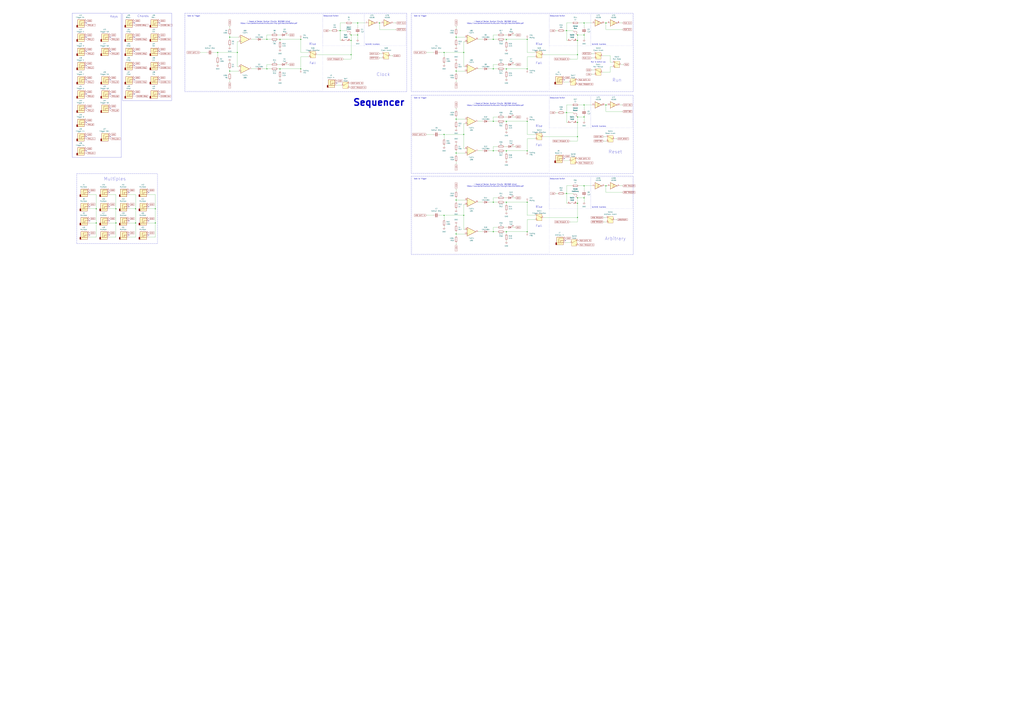
<source format=kicad_sch>
(kicad_sch (version 20231120) (generator "eeschema") (generator_version "8.0")
  (paper "A0")
  (title_block (title "Audio Thing Template") (rev "1.0") (company "velvia-fifty") (comment 1 "https://github.com/velvia-fifty/AudioThings") (comment 2 "You should have changed this already :)") (comment 4 "Stay humble"))
  (junction (at 612.14 234.95))
  (junction (at 309.88 45.72))
  (junction (at 612.14 140.97))
  (junction (at 266.7 43.18))
  (junction (at 670.56 135.89))
  (junction (at 529.59 43.18))
  (junction (at 670.56 229.87))
  (junction (at 612.14 80.01))
  (junction (at 572.77 140.97))
  (junction (at 529.59 232.41))
  (junction (at 588.01 234.95))
  (junction (at 309.88 80.01))
  (junction (at 703.58 121.92))
  (junction (at 678.18 229.87))
  (junction (at 657.86 224.79))
  (junction (at 440.69 26.67))
  (junction (at 703.58 215.9))
  (junction (at 678.18 40.64))
  (junction (at 670.56 158.75))
  (junction (at 529.59 271.78))
  (junction (at 515.62 250.19))
  (junction (at 670.56 142.24))
  (junction (at 529.59 82.55))
  (junction (at 157.48 242.57))
  (junction (at 670.56 252.73))
  (junction (at 588.01 175.26))
  (junction (at 266.7 82.55))
  (junction (at 657.86 35.56))
  (junction (at 180.34 259.08))
  (junction (at 349.25 45.72))
  (junction (at 538.48 156.21))
  (junction (at 415.29 40.64))
  (junction (at 588.01 80.01))
  (junction (at 612.14 45.72))
  (junction (at 407.67 40.64))
  (junction (at 588.01 45.72))
  (junction (at 678.18 215.9))
  (junction (at 275.59 60.96))
  (junction (at 670.56 63.5))
  (junction (at 670.56 40.64))
  (junction (at 678.18 135.89))
  (junction (at 572.77 45.72))
  (junction (at 538.48 60.96))
  (junction (at 407.67 63.5))
  (junction (at 252.73 60.96))
  (junction (at 703.58 26.67))
  (junction (at 349.25 80.01))
  (junction (at 394.97 35.56))
  (junction (at 678.18 26.67))
  (junction (at 670.56 236.22))
  (junction (at 529.59 138.43))
  (junction (at 325.12 45.72))
  (junction (at 612.14 269.24))
  (junction (at 407.67 46.99))
  (junction (at 111.76 259.08))
  (junction (at 529.59 177.8))
  (junction (at 588.01 269.24))
  (junction (at 538.48 250.19))
  (junction (at 572.77 269.24))
  (junction (at 612.14 175.26))
  (junction (at 572.77 80.01))
  (junction (at 572.77 175.26))
  (junction (at 134.62 259.08))
  (junction (at 515.62 156.21))
  (junction (at 111.76 242.57))
  (junction (at 415.29 26.67))
  (junction (at 678.18 121.92))
  (junction (at 572.77 234.95))
  (junction (at 670.56 46.99))
  (junction (at 157.48 259.08))
  (junction (at 657.86 130.81))
  (junction (at 180.34 242.57))
  (junction (at 588.01 140.97))
  (junction (at 134.62 242.57))
  (junction (at 325.12 80.01))
  (junction (at 515.62 60.96))
  (no_connect (at 104.14 256.54))
  (no_connect (at 172.72 273.05))
  (no_connect (at 149.86 256.54))
  (no_connect (at 655.32 184.15))
  (no_connect (at 156.21 76.2))
  (no_connect (at 127 240.03))
  (no_connect (at 100.33 76.2))
  (no_connect (at 100.33 142.24))
  (no_connect (at 128.27 158.75))
  (no_connect (at 172.72 223.52))
  (no_connect (at 149.86 223.52))
  (no_connect (at 149.86 240.03))
  (no_connect (at 156.21 109.22))
  (no_connect (at 100.33 59.69))
  (no_connect (at 156.21 26.67))
  (no_connect (at 100.33 158.75))
  (no_connect (at 127 273.05))
  (no_connect (at 100.33 43.18))
  (no_connect (at 185.42 76.2))
  (no_connect (at 156.21 92.71))
  (no_connect (at 100.33 92.71))
  (no_connect (at 128.27 43.18))
  (no_connect (at 104.14 223.52))
  (no_connect (at 100.33 109.22))
  (no_connect (at 104.14 273.05))
  (no_connect (at 185.42 59.69))
  (no_connect (at 156.21 59.69))
  (no_connect (at 656.59 279.4))
  (no_connect (at 127 256.54))
  (no_connect (at 104.14 240.03))
  (no_connect (at 128.27 59.69))
  (no_connect (at 100.33 26.67))
  (no_connect (at 128.27 125.73))
  (no_connect (at 185.42 43.18))
  (no_connect (at 185.42 92.71))
  (no_connect (at 149.86 273.05))
  (no_connect (at 127 223.52))
  (no_connect (at 156.21 43.18))
  (no_connect (at 128.27 92.71))
  (no_connect (at 185.42 26.67))
  (no_connect (at 128.27 109.22))
  (no_connect (at 100.33 175.26))
  (no_connect (at 172.72 256.54))
  (no_connect (at 391.16 96.52))
  (no_connect (at 185.42 109.22))
  (no_connect (at 655.32 92.71))
  (no_connect (at 100.33 125.73))
  (no_connect (at 172.72 240.03))
  (wire (pts (xy 572.77 170.18) (xy 572.77 175.26)))
  (wire (pts (xy 716.28 255.27) (xy 713.74 255.27)))
  (wire (pts (xy 529.59 72.39) (xy 529.59 71.12)))
  (wire (pts (xy 266.7 72.39) (xy 266.7 71.12)))
  (wire (pts (xy 335.28 74.93) (xy 332.74 74.93)))
  (wire (pts (xy 671.83 121.92) (xy 678.18 121.92)))
  (wire (pts (xy 266.7 43.18) (xy 276.86 43.18)))
  (wire (pts (xy 585.47 80.01) (xy 588.01 80.01)))
  (wire (pts (xy 572.77 74.93) (xy 577.85 74.93)))
  (wire (pts (xy 659.13 142.24) (xy 657.86 142.24)))
  (wire (pts (xy 670.56 46.99) (xy 670.56 40.64)))
  (wire (pts (xy 661.67 257.81) (xy 670.56 257.81)))
  (wire (pts (xy 621.03 60.96) (xy 612.14 60.96)))
  (wire (pts (xy 612.14 269.24) (xy 612.14 255.27)))
  (wire (pts (xy 598.17 135.89) (xy 595.63 135.89)))
  (wire (pts (xy 529.59 232.41) (xy 539.75 232.41)))
  (wire (pts (xy 703.58 215.9) (xy 703.58 223.52)))
  (wire (pts (xy 529.59 232.41) (xy 529.59 234.95)))
  (wire (pts (xy 670.56 40.64) (xy 678.18 40.64)))
  (wire (pts (xy 134.62 275.59) (xy 127 275.59)))
  (wire (pts (xy 612.14 250.19) (xy 612.14 234.95)))
  (wire (pts (xy 703.58 34.29) (xy 722.63 34.29)))
  (wire (pts (xy 172.72 242.57) (xy 180.34 242.57)))
  (wire (pts (xy 588.01 90.17) (xy 588.01 91.44)))
  (wire (pts (xy 172.72 259.08) (xy 180.34 259.08)))
  (wire (pts (xy 678.18 31.75) (xy 678.18 26.67)))
  (wire (pts (xy 304.8 80.01) (xy 309.88 80.01)))
  (wire (pts (xy 664.21 26.67) (xy 657.86 26.67)))
  (wire (pts (xy 598.17 170.18) (xy 595.63 170.18)))
  (wire (pts (xy 720.09 215.9) (xy 722.63 215.9)))
  (wire (pts (xy 275.59 77.47) (xy 276.86 77.47)))
  (wire (pts (xy 134.62 259.08) (xy 134.62 275.59)))
  (wire (pts (xy 588.01 234.95) (xy 588.01 237.49)))
  (wire (pts (xy 588.01 175.26) (xy 588.01 177.8)))
  (wire (pts (xy 670.56 257.81) (xy 670.56 252.73)))
  (wire (pts (xy 671.83 215.9) (xy 678.18 215.9)))
  (wire (pts (xy 699.77 64.77) (xy 708.66 64.77)))
  (wire (pts (xy 572.77 264.16) (xy 577.85 264.16)))
  (wire (pts (xy 415.29 40.64) (xy 415.29 39.37)))
  (wire (pts (xy 588.01 40.64) (xy 585.47 40.64)))
  (wire (pts (xy 702.31 215.9) (xy 703.58 215.9)))
  (wire (pts (xy 401.32 26.67) (xy 394.97 26.67)))
  (wire (pts (xy 111.76 275.59) (xy 104.14 275.59)))
  (wire (pts (xy 560.07 175.26) (xy 554.99 175.26)))
  (wire (pts (xy 325.12 45.72) (xy 325.12 48.26)))
  (wire (pts (xy 612.14 255.27) (xy 621.03 255.27)))
  (wire (pts (xy 382.27 35.56) (xy 384.81 35.56)))
  (wire (pts (xy 529.59 271.78) (xy 529.59 274.32)))
  (wire (pts (xy 325.12 40.64) (xy 322.58 40.64)))
  (wire (pts (xy 276.86 48.26) (xy 275.59 48.26)))
  (wire (pts (xy 529.59 125.73) (xy 529.59 128.27)))
  (wire (pts (xy 539.75 48.26) (xy 538.48 48.26)))
  (wire (pts (xy 529.59 167.64) (xy 529.59 166.37)))
  (wire (pts (xy 661.67 68.58) (xy 670.56 68.58)))
  (wire (pts (xy 455.93 64.77) (xy 453.39 64.77)))
  (wire (pts (xy 394.97 26.67) (xy 394.97 35.56)))
  (wire (pts (xy 309.88 80.01) (xy 314.96 80.01)))
  (wire (pts (xy 111.76 226.06) (xy 111.76 242.57)))
  (wire (pts (xy 529.59 242.57) (xy 529.59 243.84)))
  (wire (pts (xy 585.47 45.72) (xy 588.01 45.72)))
  (wire (pts (xy 588.01 55.88) (xy 588.01 57.15)))
  (wire (pts (xy 588.01 264.16) (xy 585.47 264.16)))
  (wire (pts (xy 297.18 45.72) (xy 292.1 45.72)))
  (wire (pts (xy 585.47 175.26) (xy 588.01 175.26)))
  (wire (pts (xy 701.04 158.75) (xy 703.58 158.75)))
  (wire (pts (xy 657.86 46.99) (xy 657.86 35.56)))
  (wire (pts (xy 598.17 229.87) (xy 595.63 229.87)))
  (wire (pts (xy 529.59 43.18) (xy 529.59 45.72)))
  (wire (pts (xy 661.67 163.83) (xy 670.56 163.83)))
  (wire (pts (xy 134.62 242.57) (xy 134.62 259.08)))
  (wire (pts (xy 538.48 143.51) (xy 538.48 156.21)))
  (wire (pts (xy 538.48 60.96) (xy 538.48 77.47)))
  (wire (pts (xy 529.59 271.78) (xy 539.75 271.78)))
  (wire (pts (xy 325.12 45.72) (xy 349.25 45.72)))
  (wire (pts (xy 716.28 161.29) (xy 713.74 161.29)))
  (wire (pts (xy 149.86 259.08) (xy 157.48 259.08)))
  (wire (pts (xy 304.8 45.72) (xy 309.88 45.72)))
  (wire (pts (xy 612.14 80.01) (xy 612.14 66.04)))
  (wire (pts (xy 529.59 95.25) (xy 529.59 92.71)))
  (wire (pts (xy 572.77 229.87) (xy 572.77 234.95)))
  (wire (pts (xy 266.7 82.55) (xy 276.86 82.55)))
  (wire (pts (xy 655.32 224.79) (xy 657.86 224.79)))
  (wire (pts (xy 657.86 35.56) (xy 665.48 35.56)))
  (wire (pts (xy 309.88 74.93) (xy 309.88 80.01)))
  (wire (pts (xy 529.59 43.18) (xy 539.75 43.18)))
  (wire (pts (xy 588.01 80.01) (xy 612.14 80.01)))
  (wire (pts (xy 104.14 259.08) (xy 111.76 259.08)))
  (wire (pts (xy 687.07 67.31) (xy 689.61 67.31)))
  (wire (pts (xy 157.48 242.57) (xy 157.48 259.08)))
  (wire (pts (xy 572.77 40.64) (xy 577.85 40.64)))
  (wire (pts (xy 358.14 60.96) (xy 349.25 60.96)))
  (wire (pts (xy 669.29 142.24) (xy 670.56 142.24)))
  (wire (pts (xy 560.07 140.97) (xy 554.99 140.97)))
  (wire (pts (xy 440.69 62.23) (xy 443.23 62.23)))
  (wire (pts (xy 621.03 156.21) (xy 612.14 156.21)))
  (wire (pts (xy 415.29 45.72) (xy 415.29 40.64)))
  (wire (pts (xy 588.01 229.87) (xy 585.47 229.87)))
  (wire (pts (xy 659.13 46.99) (xy 657.86 46.99)))
  (wire (pts (xy 701.04 257.81) (xy 703.58 257.81)))
  (wire (pts (xy 157.48 275.59) (xy 149.86 275.59)))
  (wire (pts (xy 325.12 90.17) (xy 325.12 91.44)))
  (wire (pts (xy 720.09 26.67) (xy 722.63 26.67)))
  (wire (pts (xy 687.07 86.36) (xy 689.61 86.36)))
  (wire (pts (xy 572.77 40.64) (xy 572.77 45.72)))
  (wire (pts (xy 572.77 234.95) (xy 577.85 234.95)))
  (wire (pts (xy 703.58 26.67) (xy 703.58 34.29)))
  (wire (pts (xy 440.69 26.67) (xy 441.96 26.67)))
  (wire (pts (xy 407.67 63.5) (xy 407.67 46.99)))
  (wire (pts (xy 645.16 130.81) (xy 647.7 130.81)))
  (wire (pts (xy 415.29 26.67) (xy 424.18 26.67)))
  (wire (pts (xy 502.92 60.96) (xy 495.3 60.96)))
  (wire (pts (xy 670.56 158.75) (xy 670.56 142.24)))
  (wire (pts (xy 111.76 259.08) (xy 111.76 275.59)))
  (wire (pts (xy 703.58 26.67) (xy 704.85 26.67)))
  (wire (pts (xy 701.04 163.83) (xy 703.58 163.83)))
  (wire (pts (xy 322.58 45.72) (xy 325.12 45.72)))
  (wire (pts (xy 515.62 250.19) (xy 515.62 255.27)))
  (wire (pts (xy 515.62 262.89) (xy 515.62 264.16)))
  (wire (pts (xy 656.59 281.94) (xy 661.67 281.94)))
  (wire (pts (xy 309.88 74.93) (xy 314.96 74.93)))
  (wire (pts (xy 720.09 121.92) (xy 722.63 121.92)))
  (wire (pts (xy 510.54 156.21) (xy 515.62 156.21)))
  (wire (pts (xy 560.07 80.01) (xy 554.99 80.01)))
  (wire (pts (xy 670.56 252.73) (xy 670.56 236.22)))
  (wire (pts (xy 127 242.57) (xy 134.62 242.57)))
  (wire (pts (xy 631.19 158.75) (xy 670.56 158.75)))
  (wire (pts (xy 703.58 223.52) (xy 722.63 223.52)))
  (wire (pts (xy 502.92 156.21) (xy 495.3 156.21)))
  (wire (pts (xy 572.77 80.01) (xy 577.85 80.01)))
  (wire (pts (xy 529.59 148.59) (xy 529.59 149.86)))
  (wire (pts (xy 670.56 135.89) (xy 678.18 135.89)))
  (wire (pts (xy 588.01 279.4) (xy 588.01 280.67)))
  (wire (pts (xy 529.59 261.62) (xy 529.59 260.35)))
  (wire (pts (xy 247.65 60.96) (xy 252.73 60.96)))
  (wire (pts (xy 588.01 245.11) (xy 588.01 246.38)))
  (wire (pts (xy 708.66 77.47) (xy 708.66 83.82)))
  (wire (pts (xy 588.01 140.97) (xy 588.01 143.51)))
  (wire (pts (xy 515.62 73.66) (xy 515.62 74.93)))
  (wire (pts (xy 149.86 226.06) (xy 157.48 226.06)))
  (wire (pts (xy 567.69 80.01) (xy 572.77 80.01)))
  (wire (pts (xy 322.58 80.01) (xy 325.12 80.01)))
  (wire (pts (xy 538.48 77.47) (xy 539.75 77.47)))
  (wire (pts (xy 572.77 135.89) (xy 577.85 135.89)))
  (wire (pts (xy 678.18 45.72) (xy 678.18 40.64)))
  (wire (pts (xy 529.59 219.71) (xy 529.59 222.25)))
  (wire (pts (xy 515.62 60.96) (xy 515.62 66.04)))
  (wire (pts (xy 588.01 269.24) (xy 588.01 271.78)))
  (wire (pts (xy 588.01 80.01) (xy 588.01 82.55)))
  (wire (pts (xy 515.62 156.21) (xy 538.48 156.21)))
  (wire (pts (xy 678.18 234.95) (xy 678.18 229.87)))
  (wire (pts (xy 572.77 170.18) (xy 577.85 170.18)))
  (wire (pts (xy 572.77 229.87) (xy 577.85 229.87)))
  (wire (pts (xy 687.07 81.28) (xy 689.61 81.28)))
  (wire (pts (xy 670.56 163.83) (xy 670.56 158.75)))
  (wire (pts (xy 309.88 40.64) (xy 309.88 45.72)))
  (wire (pts (xy 297.18 80.01) (xy 292.1 80.01)))
  (wire (pts (xy 149.86 242.57) (xy 157.48 242.57)))
  (wire (pts (xy 529.59 284.48) (xy 529.59 281.94)))
  (wire (pts (xy 701.04 252.73) (xy 703.58 252.73)))
  (wire (pts (xy 529.59 138.43) (xy 539.75 138.43)))
  (wire (pts (xy 612.14 66.04) (xy 621.03 66.04)))
  (wire (pts (xy 657.86 236.22) (xy 657.86 224.79)))
  (wire (pts (xy 134.62 226.06) (xy 134.62 242.57)))
  (wire (pts (xy 335.28 40.64) (xy 332.74 40.64)))
  (wire (pts (xy 572.77 74.93) (xy 572.77 80.01)))
  (wire (pts (xy 702.31 26.67) (xy 703.58 26.67)))
  (wire (pts (xy 325.12 74.93) (xy 322.58 74.93)))
  (wire (pts (xy 655.32 130.81) (xy 657.86 130.81)))
  (wire (pts (xy 394.97 46.99) (xy 394.97 35.56)))
  (wire (pts (xy 529.59 138.43) (xy 529.59 140.97)))
  (wire (pts (xy 612.14 161.29) (xy 621.03 161.29)))
  (wire (pts (xy 391.16 99.06) (xy 396.24 99.06)))
  (wire (pts (xy 588.01 151.13) (xy 588.01 152.4)))
  (wire (pts (xy 671.83 26.67) (xy 678.18 26.67)))
  (wire (pts (xy 538.48 172.72) (xy 539.75 172.72)))
  (wire (pts (xy 678.18 26.67) (xy 687.07 26.67)))
  (wire (pts (xy 657.86 130.81) (xy 665.48 130.81)))
  (wire (pts (xy 538.48 250.19) (xy 538.48 266.7)))
  (wire (pts (xy 678.18 135.89) (xy 678.18 134.62)))
  (wire (pts (xy 266.7 30.48) (xy 266.7 33.02)))
  (wire (pts (xy 439.42 26.67) (xy 440.69 26.67)))
  (wire (pts (xy 157.48 259.08) (xy 157.48 275.59)))
  (wire (pts (xy 711.2 77.47) (xy 708.66 77.47)))
  (wire (pts (xy 711.2 72.39) (xy 708.66 72.39)))
  (wire (pts (xy 415.29 31.75) (xy 415.29 26.67)))
  (wire (pts (xy 678.18 229.87) (xy 678.18 228.6)))
  (wire (pts (xy 678.18 140.97) (xy 678.18 135.89)))
  (wire (pts (xy 325.12 80.01) (xy 325.12 82.55)))
  (wire (pts (xy 538.48 156.21) (xy 538.48 172.72)))
  (wire (pts (xy 396.24 46.99) (xy 394.97 46.99)))
  (wire (pts (xy 588.01 269.24) (xy 612.14 269.24)))
  (wire (pts (xy 669.29 46.99) (xy 670.56 46.99)))
  (wire (pts (xy 180.34 226.06) (xy 180.34 242.57)))
  (wire (pts (xy 457.2 26.67) (xy 459.74 26.67)))
  (wire (pts (xy 266.7 80.01) (xy 266.7 82.55)))
  (wire (pts (xy 510.54 60.96) (xy 515.62 60.96)))
  (wire (pts (xy 572.77 140.97) (xy 577.85 140.97)))
  (wire (pts (xy 111.76 242.57) (xy 111.76 259.08)))
  (wire (pts (xy 598.17 40.64) (xy 595.63 40.64)))
  (wire (pts (xy 529.59 232.41) (xy 529.59 229.87)))
  (wire (pts (xy 588.01 74.93) (xy 585.47 74.93)))
  (wire (pts (xy 588.01 185.42) (xy 588.01 186.69)))
  (wire (pts (xy 252.73 73.66) (xy 252.73 74.93)))
  (wire (pts (xy 368.3 63.5) (xy 407.67 63.5)))
  (wire (pts (xy 539.75 143.51) (xy 538.48 143.51)))
  (wire (pts (xy 708.66 72.39) (xy 708.66 64.77)))
  (wire (pts (xy 392.43 35.56) (xy 394.97 35.56)))
  (wire (pts (xy 325.12 80.01) (xy 349.25 80.01)))
  (wire (pts (xy 266.7 43.18) (xy 266.7 40.64)))
  (wire (pts (xy 394.97 35.56) (xy 402.59 35.56)))
  (wire (pts (xy 702.31 121.92) (xy 703.58 121.92)))
  (wire (pts (xy 529.59 82.55) (xy 539.75 82.55)))
  (wire (pts (xy 567.69 269.24) (xy 572.77 269.24)))
  (wire (pts (xy 659.13 236.22) (xy 657.86 236.22)))
  (wire (pts (xy 670.56 63.5) (xy 670.56 46.99)))
  (wire (pts (xy 645.16 224.79) (xy 647.7 224.79)))
  (wire (pts (xy 406.4 46.99) (xy 407.67 46.99)))
  (wire (pts (xy 529.59 80.01) (xy 529.59 82.55)))
  (wire (pts (xy 670.56 142.24) (xy 670.56 135.89)))
  (wire (pts (xy 598.17 74.93) (xy 595.63 74.93)))
  (wire (pts (xy 529.59 138.43) (xy 529.59 135.89)))
  (wire (pts (xy 538.48 48.26) (xy 538.48 60.96)))
  (wire (pts (xy 407.67 46.99) (xy 407.67 40.64)))
  (wire (pts (xy 687.07 62.23) (xy 689.61 62.23)))
  (wire (pts (xy 502.92 250.19) (xy 495.3 250.19)))
  (wire (pts (xy 529.59 177.8) (xy 539.75 177.8)))
  (wire (pts (xy 670.56 236.22) (xy 670.56 229.87)))
  (wire (pts (xy 266.7 43.18) (xy 266.7 45.72)))
  (wire (pts (xy 515.62 156.21) (xy 515.62 161.29)))
  (wire (pts (xy 127 259.08) (xy 134.62 259.08)))
  (wire (pts (xy 612.14 60.96) (xy 612.14 45.72)))
  (wire (pts (xy 538.48 266.7) (xy 539.75 266.7)))
  (wire (pts (xy 275.59 48.26) (xy 275.59 60.96)))
  (wire (pts (xy 708.66 83.82) (xy 699.77 83.82)))
  (wire (pts (xy 678.18 121.92) (xy 687.07 121.92)))
  (wire (pts (xy 572.77 264.16) (xy 572.77 269.24)))
  (wire (pts (xy 180.34 275.59) (xy 172.72 275.59)))
  (wire (pts (xy 172.72 226.06) (xy 180.34 226.06)))
  (wire (pts (xy 631.19 252.73) (xy 670.56 252.73)))
  (wire (pts (xy 252.73 60.96) (xy 252.73 66.04)))
  (wire (pts (xy 657.86 121.92) (xy 657.86 130.81)))
  (wire (pts (xy 588.01 175.26) (xy 612.14 175.26)))
  (wire (pts (xy 180.34 242.57) (xy 180.34 259.08)))
  (wire (pts (xy 515.62 250.19) (xy 538.48 250.19)))
  (wire (pts (xy 266.7 95.25) (xy 266.7 92.71)))
  (wire (pts (xy 657.86 224.79) (xy 665.48 224.79)))
  (wire (pts (xy 703.58 129.54) (xy 722.63 129.54)))
  (wire (pts (xy 723.9 74.93) (xy 721.36 74.93)))
  (wire (pts (xy 529.59 30.48) (xy 529.59 33.02)))
  (wire (pts (xy 567.69 140.97) (xy 572.77 140.97)))
  (wire (pts (xy 621.03 250.19) (xy 612.14 250.19)))
  (wire (pts (xy 598.17 264.16) (xy 595.63 264.16)))
  (wire (pts (xy 572.77 45.72) (xy 577.85 45.72)))
  (wire (pts (xy 655.32 186.69) (xy 660.4 186.69)))
  (wire (pts (xy 657.86 215.9) (xy 657.86 224.79)))
  (wire (pts (xy 240.03 60.96) (xy 232.41 60.96)))
  (wire (pts (xy 440.69 67.31) (xy 443.23 67.31)))
  (wire (pts (xy 157.48 226.06) (xy 157.48 242.57)))
  (wire (pts (xy 538.48 237.49) (xy 538.48 250.19)))
  (wire (pts (xy 529.59 190.5) (xy 529.59 187.96)))
  (wire (pts (xy 349.25 80.01) (xy 349.25 66.04)))
  (wire (pts (xy 655.32 95.25) (xy 660.4 95.25)))
  (wire (pts (xy 309.88 45.72) (xy 314.96 45.72)))
  (wire (pts (xy 349.25 60.96) (xy 349.25 45.72)))
  (wire (pts (xy 104.14 226.06) (xy 111.76 226.06)))
  (wire (pts (xy 588.01 234.95) (xy 612.14 234.95)))
  (wire (pts (xy 588.01 45.72) (xy 612.14 45.72)))
  (wire (pts (xy 678.18 40.64) (xy 678.18 39.37)))
  (wire (pts (xy 572.77 175.26) (xy 577.85 175.26)))
  (wire (pts (xy 266.7 82.55) (xy 266.7 85.09)))
  (wire (pts (xy 325.12 55.88) (xy 325.12 57.15)))
  (wire (pts (xy 588.01 170.18) (xy 585.47 170.18)))
  (wire (pts (xy 529.59 175.26) (xy 529.59 177.8)))
  (wire (pts (xy 252.73 60.96) (xy 275.59 60.96)))
  (wire (pts (xy 560.07 269.24) (xy 554.99 269.24)))
  (wire (pts (xy 515.62 60.96) (xy 538.48 60.96)))
  (wire (pts (xy 515.62 168.91) (xy 515.62 170.18)))
  (wire (pts (xy 529.59 269.24) (xy 529.59 271.78)))
  (wire (pts (xy 703.58 121.92) (xy 704.85 121.92)))
  (wire (pts (xy 612.14 156.21) (xy 612.14 140.97)))
  (wire (pts (xy 407.67 68.58) (xy 407.67 63.5)))
  (wire (pts (xy 678.18 127) (xy 678.18 121.92)))
  (wire (pts (xy 529.59 43.18) (xy 529.59 40.64)))
  (wire (pts (xy 567.69 234.95) (xy 572.77 234.95)))
  (wire (pts (xy 612.14 175.26) (xy 612.14 161.29)))
  (wire (pts (xy 180.34 259.08) (xy 180.34 275.59)))
  (wire (pts (xy 631.19 63.5) (xy 670.56 63.5)))
  (wire (pts (xy 572.77 135.89) (xy 572.77 140.97)))
  (wire (pts (xy 440.69 26.67) (xy 440.69 34.29)))
  (wire (pts (xy 440.69 34.29) (xy 459.74 34.29)))
  (wire (pts (xy 588.01 45.72) (xy 588.01 48.26)))
  (wire (pts (xy 670.56 229.87) (xy 678.18 229.87)))
  (wire (pts (xy 588.01 135.89) (xy 585.47 135.89)))
  (wire (pts (xy 275.59 60.96) (xy 275.59 77.47)))
  (wire (pts (xy 664.21 121.92) (xy 657.86 121.92)))
  (wire (pts (xy 104.14 242.57) (xy 111.76 242.57)))
  (wire (pts (xy 560.07 234.95) (xy 554.99 234.95)))
  (wire (pts (xy 585.47 140.97) (xy 588.01 140.97)))
  (wire (pts (xy 529.59 82.55) (xy 529.59 85.09)))
  (wire (pts (xy 572.77 269.24) (xy 577.85 269.24)))
  (wire (pts (xy 529.59 53.34) (xy 529.59 54.61)))
  (wire (pts (xy 678.18 215.9) (xy 687.07 215.9)))
  (wire (pts (xy 510.54 250.19) (xy 515.62 250.19)))
  (wire (pts (xy 567.69 175.26) (xy 572.77 175.26)))
  (wire (pts (xy 539.75 237.49) (xy 538.48 237.49)))
  (wire (pts (xy 655.32 35.56) (xy 657.86 35.56)))
  (wire (pts (xy 588.01 140.97) (xy 612.14 140.97)))
  (wire (pts (xy 657.86 142.24) (xy 657.86 130.81)))
  (wire (pts (xy 670.56 68.58) (xy 670.56 63.5)))
  (wire (pts (xy 529.59 177.8) (xy 529.59 180.34)))
  (wire (pts (xy 585.47 269.24) (xy 588.01 269.24)))
  (wire (pts (xy 664.21 215.9) (xy 657.86 215.9)))
  (wire (pts (xy 266.7 53.34) (xy 266.7 54.61)))
  (wire (pts (xy 669.29 236.22) (xy 670.56 236.22)))
  (wire (pts (xy 309.88 40.64) (xy 314.96 40.64)))
  (wire (pts (xy 560.07 45.72) (xy 554.99 45.72)))
  (wire (pts (xy 398.78 68.58) (xy 407.67 68.58)))
  (wire (pts (xy 408.94 26.67) (xy 415.29 26.67)))
  (wire (pts (xy 585.47 234.95) (xy 588.01 234.95)))
  (wire (pts (xy 678.18 220.98) (xy 678.18 215.9)))
  (wire (pts (xy 567.69 45.72) (xy 572.77 45.72)))
  (wire (pts (xy 127 226.06) (xy 134.62 226.06)))
  (wire (pts (xy 703.58 121.92) (xy 703.58 129.54)))
  (wire (pts (xy 349.25 66.04) (xy 358.14 66.04)))
  (wire (pts (xy 407.67 40.64) (xy 415.29 40.64)))
  (wire (pts (xy 703.58 215.9) (xy 704.85 215.9)))
  (wire (pts (xy 657.86 26.67) (xy 657.86 35.56)))
  (wire (pts (xy 645.16 35.56) (xy 647.7 35.56)))
  (rectangle (start 83.82 15.24) (end 140.97 182.88))
  (rectangle (start 477.52 110.49) (end 735.33 201.93) (stroke (width 0) (type dash)))
  (rectangle (start 374.65 16.51) (end 422.91 53.34) (stroke (width 0) (type dot)))
  (rectangle (start 685.8 111.76) (end 734.06 148.59) (stroke (width 0) (type dot)))
  (rectangle (start 637.54 205.74) (end 685.8 242.57) (stroke (width 0) (type dot)))
  (rectangle (start 88.9 201.93) (end 182.88 283.21) (stroke (width 0) (type dash)))
  (rectangle (start 637.54 16.51) (end 685.8 53.34) (stroke (width 0) (type dot)))
  (rectangle (start 477.52 15.24) (end 735.33 106.68) (stroke (width 0) (type dash)))
  (rectangle (start 478.79 111.76) (end 637.54 200.66) (stroke (width 0) (type dot)))
  (rectangle (start 685.8 16.51) (end 734.06 53.34) (stroke (width 0) (type dot)))
  (rectangle (start 142.24 15.24) (end 199.39 116.84))
  (rectangle (start 477.52 204.47) (end 735.33 295.91) (stroke (width 0) (type dash)))
  (rectangle (start 637.54 111.76) (end 685.8 148.59) (stroke (width 0) (type dot)))
  (rectangle (start 422.91 16.51) (end 471.17 53.34) (stroke (width 0) (type dot)))
  (rectangle (start 214.63 15.24) (end 472.44 106.68) (stroke (width 0) (type dash)))
  (rectangle (start 478.79 205.74) (end 637.54 294.64) (stroke (width 0) (type dot)))
  (rectangle (start 685.8 205.74) (end 734.06 242.57) (stroke (width 0) (type dot)))
  (rectangle (start 215.9 16.51) (end 374.65 105.41) (stroke (width 0) (type dot)))
  (rectangle (start 478.79 16.51) (end 637.54 105.41) (stroke (width 0) (type dot)))
  (text "Reset" (at 714.502 176.53 0) (effects (font (size 3.81 3.81))))
  (text "Gate to Trigger" (at 487.934 113.792 0) (effects (font (size 1.27 1.27))))
  (text "Gate to Trigger" (at 225.044 18.542 0) (effects (font (size 1.27 1.27))))
  (text "Run is Active Low" (at 694.69 72.136 0) (effects (font (size 1.27 1.27))))
  (text "Multiples" (at 133.35 208.026 0) (effects (font (size 3.81 3.81))))
  (text "Keys" (at 132.334 19.304 0) (effects (font (size 2.54 2.54))))
  (text "Fall" (at 625.856 73.406 0) (effects (font (size 2.54 2.54))))
  (text "Run" (at 716.28 93.218 0) (effects (font (size 3.81 3.81))))
  (text "I ripped of Barton Musical Circuits' BMC069 (nice)\nhttps://www.bartonmusicalcircuits.com/4hp/g2t/documentation.pdf" (at 575.056 26.162 0) (effects (font (size 1.27 1.27))))
  (text "Debounced Switch" (at 384.302 18.542 0) (effects (font (size 1.27 1.27))))
  (text "I ripped of Barton Musical Circuits' BMC069 (nice)\nhttps://www.bartonmusicalcircuits.com/4hp/g2t/documentation.pdf" (at 312.166 26.162 0) (effects (font (size 1.27 1.27))))
  (text "Rise" (at 625.856 240.538 0) (effects (font (size 2.54 2.54))))
  (text "Schmitt Inverters" (at 695.452 240.792 0) (effects (font (size 1.27 1.27))))
  (text "Chords" (at 166.116 18.796 0) (effects (font (size 2.54 2.54))))
  (text "Gate to Trigger" (at 487.934 18.542 0) (effects (font (size 1.27 1.27))))
  (text "Fall" (at 625.856 168.656 0) (effects (font (size 2.54 2.54))))
  (text "Clock" (at 445.008 86.614 0) (effects (font (size 3.81 3.81))))
  (text "Schmitt Inverters" (at 695.452 146.812 0) (effects (font (size 1.27 1.27))))
  (text "Fall" (at 625.856 262.636 0) (effects (font (size 2.54 2.54))))
  (text "Gate to Trigger" (at 487.934 207.772 0) (effects (font (size 1.27 1.27))))
  (text "Rise" (at 362.966 51.308 0) (effects (font (size 2.54 2.54))))
  (text "Fall" (at 362.966 73.406 0) (effects (font (size 2.54 2.54))))
  (text "Debounced Switch" (at 647.192 18.542 0) (effects (font (size 1.27 1.27))))
  (text "Rise" (at 625.856 51.308 0) (effects (font (size 2.54 2.54))))
  (text "Rise" (at 625.856 146.558 0) (effects (font (size 2.54 2.54))))
  (text "Debounced Switch" (at 647.192 113.792 0) (effects (font (size 1.27 1.27))))
  (text "I ripped of Barton Musical Circuits' BMC069 (nice)\nhttps://www.bartonmusicalcircuits.com/4hp/g2t/documentation.pdf" (at 575.056 121.412 0) (effects (font (size 1.27 1.27))))
  (text "Schmitt Inverters" (at 432.562 51.562 0) (effects (font (size 1.27 1.27))))
  (text "Debounced Switch" (at 647.192 207.772 0) (effects (font (size 1.27 1.27))))
  (text "Sequencer" (at 439.928 119.126 0) (effects (font (size 7.62 7.62) (thickness 1.524) (bold yes))))
  (text "Schmitt Inverters" (at 695.452 51.562 0) (effects (font (size 1.27 1.27))))
  (text "I ripped of Barton Musical Circuits' BMC069 (nice)\nhttps://www.bartonmusicalcircuits.com/4hp/g2t/documentation.pdf" (at 575.056 215.392 0) (effects (font (size 1.27 1.27))))
  (text "Arbitrary" (at 714.502 277.368 0) (effects (font (size 3.81 3.81))))
  (global_label "GND" (shape input) (at 391.16 93.98 0) (property "Intersheetrefs" "${INTERSHEET_REFS}" (effects (hide yes))))
  (global_label "GND" (shape input) (at 100.33 106.68 0) (property "Intersheetrefs" "${INTERSHEET_REFS}" (effects (hide yes))))
  (global_label "GND" (shape input) (at 185.42 40.64 0) (property "Intersheetrefs" "${INTERSHEET_REFS}" (effects (hide yes))))
  (global_label "GND" (shape input) (at 185.42 57.15 0) (property "Intersheetrefs" "${INTERSHEET_REFS}" (effects (hide yes))))
  (global_label "STEP CLK" (shape input) (at 459.74 26.67 0) (property "Intersheetrefs" "${INTERSHEET_REFS}" (effects (hide yes))))
  (global_label "GND" (shape input) (at 185.42 90.17 0) (property "Intersheetrefs" "${INTERSHEET_REFS}" (effects (hide yes))))
  (global_label "GND" (shape input) (at 598.17 264.16 0) (property "Intersheetrefs" "${INTERSHEET_REFS}" (effects (hide yes))))
  (global_label "GND" (shape input) (at 149.86 254 0) (property "Intersheetrefs" "${INTERSHEET_REFS}" (effects (hide yes))))
  (global_label "RUN TRIGGER IN" (shape input) (at 670.56 189.23 0) (property "Intersheetrefs" "${INTERSHEET_REFS}" (effects (hide yes))))
  (global_label "~{RUN CLK}" (shape input) (at 722.63 34.29 0) (property "Intersheetrefs" "${INTERSHEET_REFS}" (effects (hide yes))))
  (global_label "GND" (shape input) (at 100.33 57.15 0) (property "Intersheetrefs" "${INTERSHEET_REFS}" (effects (hide yes))))
  (global_label "STEP RST" (shape input) (at 722.63 121.92 0) (property "Intersheetrefs" "${INTERSHEET_REFS}" (effects (hide yes))))
  (global_label "GND" (shape input) (at 100.33 90.17 0) (property "Intersheetrefs" "${INTERSHEET_REFS}" (effects (hide yes))))
  (global_label "CHORD EMaj" (shape input) (at 156.21 78.74 0) (property "Intersheetrefs" "${INTERSHEET_REFS}" (effects (hide yes))))
  (global_label "TRIG_G" (shape input) (at 100.33 111.76 0) (property "Intersheetrefs" "${INTERSHEET_REFS}" (effects (hide yes))))
  (global_label "GND" (shape input) (at 104.14 220.98 0) (property "Intersheetrefs" "${INTERSHEET_REFS}" (effects (hide yes))))
  (global_label "ARBITRARY" (shape input) (at 716.28 255.27 0) (property "Intersheetrefs" "${INTERSHEET_REFS}" (effects (hide yes))))
  (global_label "STEP GATE IN" (shape input) (at 232.41 60.96 180) (property "Intersheetrefs" "${INTERSHEET_REFS}" (effects (hide yes))))
  (global_label "RUN GATE IN" (shape input) (at 495.3 60.96 180) (property "Intersheetrefs" "${INTERSHEET_REFS}" (effects (hide yes))))
  (global_label "TRIG_B" (shape input) (at 100.33 144.78 0) (property "Intersheetrefs" "${INTERSHEET_REFS}" (effects (hide yes))))
  (global_label "CHORD Em" (shape input) (at 185.42 78.74 0) (property "Intersheetrefs" "${INTERSHEET_REFS}" (effects (hide yes))))
  (global_label "+12v" (shape input) (at 529.59 125.73 90) (property "Intersheetrefs" "${INTERSHEET_REFS}" (effects (hide yes))))
  (global_label "CHORD Fm" (shape input) (at 185.42 95.25 0) (property "Intersheetrefs" "${INTERSHEET_REFS}" (effects (hide yes))))
  (global_label "GND" (shape input) (at 100.33 156.21 0) (property "Intersheetrefs" "${INTERSHEET_REFS}" (effects (hide yes))))
  (global_label "GND" (shape input) (at 185.42 73.66 0) (property "Intersheetrefs" "${INTERSHEET_REFS}" (effects (hide yes))))
  (global_label "STEP GATE IN" (shape input) (at 406.4 96.52 0) (property "Intersheetrefs" "${INTERSHEET_REFS}" (effects (hide yes))))
  (global_label "~{ARB TRIGGER}" (shape input) (at 722.63 223.52 0) (property "Intersheetrefs" "${INTERSHEET_REFS}" (effects (hide yes))))
  (global_label "ARB TRIGGER IN" (shape input) (at 661.67 257.81 180) (property "Intersheetrefs" "${INTERSHEET_REFS}" (effects (hide yes))))
  (global_label "+12v" (shape input) (at 529.59 30.48 90) (property "Intersheetrefs" "${INTERSHEET_REFS}" (effects (hide yes))))
  (global_label "TRIG_E" (shape input) (at 100.33 78.74 0) (property "Intersheetrefs" "${INTERSHEET_REFS}" (effects (hide yes))))
  (global_label "GND" (shape input) (at 598.17 229.87 0) (property "Intersheetrefs" "${INTERSHEET_REFS}" (effects (hide yes))))
  (global_label "STEP_RESET" (shape input) (at 716.28 161.29 0) (property "Intersheetrefs" "${INTERSHEET_REFS}" (effects (hide yes))))
  (global_label "CHORD DMaj" (shape input) (at 156.21 62.23 0) (property "Intersheetrefs" "${INTERSHEET_REFS}" (effects (hide yes))))
  (global_label "TRIG_F#" (shape input) (at 128.27 95.25 0) (property "Intersheetrefs" "${INTERSHEET_REFS}" (effects (hide yes))))
  (global_label "GND" (shape input) (at 172.72 270.51 0) (property "Intersheetrefs" "${INTERSHEET_REFS}" (effects (hide yes))))
  (global_label "GND" (shape input) (at 100.33 139.7 0) (property "Intersheetrefs" "${INTERSHEET_REFS}" (effects (hide yes))))
  (global_label "RUN TRIGGER IN" (shape input) (at 670.56 97.79 0) (property "Intersheetrefs" "${INTERSHEET_REFS}" (effects (hide yes))))
  (global_label "GND" (shape input) (at 185.42 106.68 0) (property "Intersheetrefs" "${INTERSHEET_REFS}" (effects (hide yes))))
  (global_label "GND" (shape input) (at 185.42 24.13 0) (property "Intersheetrefs" "${INTERSHEET_REFS}" (effects (hide yes))))
  (global_label "GND" (shape input) (at 149.86 220.98 0) (property "Intersheetrefs" "${INTERSHEET_REFS}" (effects (hide yes))))
  (global_label "~{STEP CLK}" (shape input) (at 440.69 67.31 180) (property "Intersheetrefs" "${INTERSHEET_REFS}" (effects (hide yes))))
  (global_label "GND" (shape input) (at 128.27 123.19 0) (property "Intersheetrefs" "${INTERSHEET_REFS}" (effects (hide yes))))
  (global_label "+5V" (shape input) (at 382.27 35.56 180) (property "Intersheetrefs" "${INTERSHEET_REFS}" (effects (hide yes))))
  (global_label "GND" (shape input) (at 656.59 276.86 0) (property "Intersheetrefs" "${INTERSHEET_REFS}" (effects (hide yes))))
  (global_label "CHORD BMaj-" (shape input) (at 156.21 29.21 0) (property "Intersheetrefs" "${INTERSHEET_REFS}" (effects (hide yes))))
  (global_label "GND" (shape input) (at 172.72 220.98 0) (property "Intersheetrefs" "${INTERSHEET_REFS}" (effects (hide yes))))
  (global_label "+5V" (shape input) (at 645.16 224.79 180) (property "Intersheetrefs" "${INTERSHEET_REFS}" (effects (hide yes))))
  (global_label "~{ARB TRIGGER}" (shape input) (at 701.04 257.81 180) (property "Intersheetrefs" "${INTERSHEET_REFS}" (effects (hide yes))))
  (global_label "ARB GATE IN" (shape input) (at 495.3 250.19 180) (property "Intersheetrefs" "${INTERSHEET_REFS}" (effects (hide yes))))
  (global_label "GND" (shape input) (at 598.17 74.93 0) (property "Intersheetrefs" "${INTERSHEET_REFS}" (effects (hide yes))))
  (global_label "CHORD FMaj" (shape input) (at 156.21 95.25 0) (property "Intersheetrefs" "${INTERSHEET_REFS}" (effects (hide yes))))
  (global_label "GND" (shape input) (at 127 270.51 0) (property "Intersheetrefs" "${INTERSHEET_REFS}" (effects (hide yes))))
  (global_label "GND" (shape input) (at 156.21 40.64 0) (property "Intersheetrefs" "${INTERSHEET_REFS}" (effects (hide yes))))
  (global_label "CHORD Gm" (shape input) (at 185.42 111.76 0) (property "Intersheetrefs" "${INTERSHEET_REFS}" (effects (hide yes))))
  (global_label "STEP CLK" (shape input) (at 440.69 62.23 180) (property "Intersheetrefs" "${INTERSHEET_REFS}" (effects (hide yes))))
  (global_label "~{RUN CLK}" (shape input) (at 687.07 62.23 180) (property "Intersheetrefs" "${INTERSHEET_REFS}" (effects (hide yes))))
  (global_label "GND" (shape input) (at 156.21 24.13 0) (property "Intersheetrefs" "${INTERSHEET_REFS}" (effects (hide yes))))
  (global_label "GND" (shape input) (at 127 237.49 0) (property "Intersheetrefs" "${INTERSHEET_REFS}" (effects (hide yes))))
  (global_label "ARB TRIGGER" (shape input) (at 722.63 215.9 0) (property "Intersheetrefs" "${INTERSHEET_REFS}" (effects (hide yes))))
  (global_label "TRIG_A" (shape input) (at 100.33 128.27 0) (property "Intersheetrefs" "${INTERSHEET_REFS}" (effects (hide yes))))
  (global_label "GND" (shape input) (at 100.33 24.13 0) (property "Intersheetrefs" "${INTERSHEET_REFS}" (effects (hide yes))))
  (global_label "CHORD Cm" (shape input) (at 185.42 45.72 0) (property "Intersheetrefs" "${INTERSHEET_REFS}" (effects (hide yes))))
  (global_label "CHORD GMaj" (shape input) (at 157.48 111.76 0) (property "Intersheetrefs" "${INTERSHEET_REFS}" (effects (hide yes))))
  (global_label "GND" (shape input) (at 156.21 73.66 0) (property "Intersheetrefs" "${INTERSHEET_REFS}" (effects (hide yes))))
  (global_label "RUN GATE IN" (shape input) (at 671.83 279.4 0) (property "Intersheetrefs" "${INTERSHEET_REFS}" (effects (hide yes))))
  (global_label "GND" (shape input) (at 655.32 181.61 0) (property "Intersheetrefs" "${INTERSHEET_REFS}" (effects (hide yes))))
  (global_label "GND" (shape input) (at 335.28 74.93 0) (property "Intersheetrefs" "${INTERSHEET_REFS}" (effects (hide yes))))
  (global_label "RUN GATE IN" (shape input) (at 670.56 184.15 0) (property "Intersheetrefs" "${INTERSHEET_REFS}" (effects (hide yes))))
  (global_label "TRIG_G#" (shape input) (at 128.27 111.76 0) (property "Intersheetrefs" "${INTERSHEET_REFS}" (effects (hide yes))))
  (global_label "GND" (shape input) (at 598.17 135.89 0) (property "Intersheetrefs" "${INTERSHEET_REFS}" (effects (hide yes))))
  (global_label "RUN TRIGGER IN" (shape input) (at 661.67 68.58 180) (property "Intersheetrefs" "${INTERSHEET_REFS}" (effects (hide yes))))
  (global_label "GND" (shape input) (at 687.07 81.28 180) (property "Intersheetrefs" "${INTERSHEET_REFS}" (effects (hide yes))))
  (global_label "-12v" (shape input) (at 529.59 284.48 270) (property "Intersheetrefs" "${INTERSHEET_REFS}" (effects (hide yes))))
  (global_label "TRIG_F" (shape input) (at 100.33 95.25 0) (property "Intersheetrefs" "${INTERSHEET_REFS}" (effects (hide yes))))
  (global_label "RESET GATE IN" (shape input) (at 495.3 156.21 180) (property "Intersheetrefs" "${INTERSHEET_REFS}" (effects (hide yes))))
  (global_label "GND" (shape input) (at 156.21 90.17 0) (property "Intersheetrefs" "${INTERSHEET_REFS}" (effects (hide yes))))
  (global_label "GND" (shape input) (at 100.33 172.72 0) (property "Intersheetrefs" "${INTERSHEET_REFS}" (effects (hide yes))))
  (global_label "RUN CLK" (shape input) (at 722.63 26.67 0) (property "Intersheetrefs" "${INTERSHEET_REFS}" (effects (hide yes))))
  (global_label "GND" (shape input) (at 100.33 40.64 0) (property "Intersheetrefs" "${INTERSHEET_REFS}" (effects (hide yes))))
  (global_label "GND" (shape input) (at 104.14 270.51 0) (property "Intersheetrefs" "${INTERSHEET_REFS}" (effects (hide yes))))
  (global_label "GND" (shape input) (at 100.33 123.19 0) (property "Intersheetrefs" "${INTERSHEET_REFS}" (effects (hide yes))))
  (global_label "TRIG_A#" (shape input) (at 128.27 128.27 0) (property "Intersheetrefs" "${INTERSHEET_REFS}" (effects (hide yes))))
  (global_label "TRIG_C#+" (shape input) (at 128.27 161.29 0) (property "Intersheetrefs" "${INTERSHEET_REFS}" (effects (hide yes))))
  (global_label "GND" (shape input) (at 156.21 106.68 0) (property "Intersheetrefs" "${INTERSHEET_REFS}" (effects (hide yes))))
  (global_label "RUN CLK" (shape input) (at 687.07 67.31 180) (property "Intersheetrefs" "${INTERSHEET_REFS}" (effects (hide yes))))
  (global_label "RESET TRIGGER IN" (shape input) (at 661.67 163.83 180) (property "Intersheetrefs" "${INTERSHEET_REFS}" (effects (hide yes))))
  (global_label "~{STEP RST}" (shape input) (at 701.04 163.83 180) (property "Intersheetrefs" "${INTERSHEET_REFS}" (effects (hide yes))))
  (global_label "~{STEP RST}" (shape input) (at 722.63 129.54 0) (property "Intersheetrefs" "${INTERSHEET_REFS}" (effects (hide yes))))
  (global_label "GND" (shape input) (at 100.33 73.66 0) (property "Intersheetrefs" "${INTERSHEET_REFS}" (effects (hide yes))))
  (global_label "TRIG_B-" (shape input) (at 100.33 29.21 0) (property "Intersheetrefs" "${INTERSHEET_REFS}" (effects (hide yes))))
  (global_label "GND" (shape input) (at 128.27 156.21 0) (property "Intersheetrefs" "${INTERSHEET_REFS}" (effects (hide yes))))
  (global_label "-12v" (shape input) (at 529.59 95.25 270) (property "Intersheetrefs" "${INTERSHEET_REFS}" (effects (hide yes))))
  (global_label "TRIG_C" (shape input) (at 100.33 45.72 0) (property "Intersheetrefs" "${INTERSHEET_REFS}" (effects (hide yes))))
  (global_label "GND" (shape input) (at 335.28 40.64 0) (property "Intersheetrefs" "${INTERSHEET_REFS}" (effects (hide yes))))
  (global_label "CHORD Dm" (shape input) (at 185.42 62.23 0) (property "Intersheetrefs" "${INTERSHEET_REFS}" (effects (hide yes))))
  (global_label "GND" (shape input) (at 156.21 57.15 0) (property "Intersheetrefs" "${INTERSHEET_REFS}" (effects (hide yes))))
  (global_label "~{STEP CLK}" (shape input) (at 459.74 34.29 0) (property "Intersheetrefs" "${INTERSHEET_REFS}" (effects (hide yes))))
  (global_label "GND" (shape input) (at 128.27 106.68 0) (property "Intersheetrefs" "${INTERSHEET_REFS}" (effects (hide yes))))
  (global_label "TRIG_D" (shape input) (at 100.33 62.23 0) (property "Intersheetrefs" "${INTERSHEET_REFS}" (effects (hide yes))))
  (global_label "STEP TRIGGER IN" (shape input) (at 406.4 101.6 0) (property "Intersheetrefs" "${INTERSHEET_REFS}" (effects (hide yes))))
  (global_label "GND" (shape input) (at 104.14 237.49 0) (property "Intersheetrefs" "${INTERSHEET_REFS}" (effects (hide yes))))
  (global_label "GND" (shape input) (at 149.86 237.49 0) (property "Intersheetrefs" "${INTERSHEET_REFS}" (effects (hide yes))))
  (global_label "GND" (shape input) (at 598.17 170.18 0) (property "Intersheetrefs" "${INTERSHEET_REFS}" (effects (hide yes))))
  (global_label "+12v" (shape input) (at 529.59 219.71 90) (property "Intersheetrefs" "${INTERSHEET_REFS}" (effects (hide yes))))
  (global_label "TRIG_D#" (shape input) (at 128.27 62.23 0) (property "Intersheetrefs" "${INTERSHEET_REFS}" (effects (hide yes))))
  (global_label "STEP TRIGGER IN" (shape input) (at 398.78 68.58 180) (property "Intersheetrefs" "${INTERSHEET_REFS}" (effects (hide yes))))
  (global_label "RUN" (shape input) (at 723.9 74.93 0) (property "Intersheetrefs" "${INTERSHEET_REFS}" (effects (hide yes))))
  (global_label "GND" (shape input) (at 655.32 90.17 0) (property "Intersheetrefs" "${INTERSHEET_REFS}" (effects (hide yes))))
  (global_label "STEP RST" (shape input) (at 701.04 158.75 180) (property "Intersheetrefs" "${INTERSHEET_REFS}" (effects (hide yes))))
  (global_label "CHORD Bm-" (shape input) (at 185.42 29.21 0) (property "Intersheetrefs" "${INTERSHEET_REFS}" (effects (hide yes))))
  (global_label "GND" (shape input) (at 149.86 270.51 0) (property "Intersheetrefs" "${INTERSHEET_REFS}" (effects (hide yes))))
  (global_label "+12v" (shape input) (at 266.7 30.48 90) (property "Intersheetrefs" "${INTERSHEET_REFS}" (effects (hide yes))))
  (global_label "-12v" (shape input) (at 266.7 95.25 270) (property "Intersheetrefs" "${INTERSHEET_REFS}" (effects (hide yes))))
  (global_label "GND" (shape input) (at 128.27 57.15 0) (property "Intersheetrefs" "${INTERSHEET_REFS}" (effects (hide yes))))
  (global_label "TRIG_C+" (shape input) (at 100.33 161.29 0) (property "Intersheetrefs" "${INTERSHEET_REFS}" (effects (hide yes))))
  (global_label "GND" (shape input) (at 127 254 0) (property "Intersheetrefs" "${INTERSHEET_REFS}" (effects (hide yes))))
  (global_label "GND" (shape input) (at 104.14 254 0) (property "Intersheetrefs" "${INTERSHEET_REFS}" (effects (hide yes))))
  (global_label "RUN GATE IN" (shape input) (at 670.56 92.71 0) (property "Intersheetrefs" "${INTERSHEET_REFS}" (effects (hide yes))))
  (global_label "CHORD CMaj" (shape input) (at 156.21 45.72 0) (property "Intersheetrefs" "${INTERSHEET_REFS}" (effects (hide yes))))
  (global_label "RUN TRIGGER IN" (shape input) (at 671.83 284.48 0) (property "Intersheetrefs" "${INTERSHEET_REFS}" (effects (hide yes))))
  (global_label "+5v" (shape input) (at 687.07 86.36 180) (property "Intersheetrefs" "${INTERSHEET_REFS}" (effects (hide yes))))
  (global_label "GND" (shape input) (at 127 220.98 0) (property "Intersheetrefs" "${INTERSHEET_REFS}" (effects (hide yes))))
  (global_label "TRIG_C#" (shape input) (at 128.27 45.72 0) (property "Intersheetrefs" "${INTERSHEET_REFS}" (effects (hide yes))))
  (global_label "+5V" (shape input) (at 645.16 130.81 180) (property "Intersheetrefs" "${INTERSHEET_REFS}" (effects (hide yes))))
  (global_label "GND" (shape input) (at 172.72 254 0) (property "Intersheetrefs" "${INTERSHEET_REFS}" (effects (hide yes))))
  (global_label "ARB TRIGGER" (shape input) (at 701.04 252.73 180) (property "Intersheetrefs" "${INTERSHEET_REFS}" (effects (hide yes))))
  (global_label "GND" (shape input) (at 172.72 237.49 0) (property "Intersheetrefs" "${INTERSHEET_REFS}" (effects (hide yes))))
  (global_label "GND" (shape input) (at 128.27 40.64 0) (property "Intersheetrefs" "${INTERSHEET_REFS}" (effects (hide yes))))
  (global_label "-12v" (shape input) (at 529.59 190.5 270) (property "Intersheetrefs" "${INTERSHEET_REFS}" (effects (hide yes))))
  (global_label "+5V" (shape input) (at 645.16 35.56 180) (property "Intersheetrefs" "${INTERSHEET_REFS}" (effects (hide yes))))
  (global_label "GND" (shape input) (at 128.27 90.17 0) (property "Intersheetrefs" "${INTERSHEET_REFS}" (effects (hide yes))))
  (global_label "CLOCK" (shape input) (at 455.93 64.77 0) (property "Intersheetrefs" "${INTERSHEET_REFS}" (effects (hide yes))))
  (global_label "TRIG_D+" (shape input) (at 100.33 177.8 0) (property "Intersheetrefs" "${INTERSHEET_REFS}" (effects (hide yes))))
  (global_label "GND" (shape input) (at 598.17 40.64 0) (property "Intersheetrefs" "${INTERSHEET_REFS}" (effects (hide yes))))
  (symbol (lib_id "Device:C") (at 415.29 35.56 0) (unit 1)
    (property "Reference" "C1" (at 419.1 34.2899 0) (effects (justify left)))
    (property "Value" "1uF" (at 419.1 36.8299 0) (effects (justify left)))
    (property "Footprint" "Capacitor_SMD:C_0805_2012Metric_Pad1.18x1.45mm_HandSolder" (effects (hide yes)))
    (property "Description" "Unpolarized capacitor" (effects (hide yes)))
  )
  (symbol (lib_id "Connector_Audio:AudioJack3") (at 167.64 273.05 0) (unit 1)
    (property "Reference" "J52" (at 165.735 264.16 0))
    (property "Value" "Multiple" (at 165.735 266.7 0))
    (property "Footprint" "AT-Footprints:SJ3" (effects (hide yes)))
    (property "Description" "Audio Jack, 3 Poles (Stereo / TRS)" (effects (hide yes)))
  )
  (symbol (lib_id "Connector:TestPoint") (at 612.14 269.24 0) (mirror x) (unit 1)
    (property "Reference" "TP8" (at 614.68 273.8121 0) (effects (justify left)))
    (property "Value" "Falling" (at 614.68 271.2721 0) (effects (justify left)))
    (property "Footprint" "TestPoint:TestPoint_Pad_1.5x1.5mm" (effects (hide yes)))
    (property "Description" "test point" (effects (hide yes)))
  )
  (symbol (lib_id "Device:C") (at 678.18 130.81 0) (unit 1)
    (property "Reference" "C5" (at 681.99 129.5399 0) (effects (justify left)))
    (property "Value" "1uF" (at 681.99 132.0799 0) (effects (justify left)))
    (property "Footprint" "Capacitor_SMD:C_0805_2012Metric_Pad1.18x1.45mm_HandSolder" (effects (hide yes)))
    (property "Description" "Unpolarized capacitor" (effects (hide yes)))
  )
  (symbol (lib_id "Device:R") (at 581.66 80.01 90) (unit 1)
    (property "Reference" "R24" (at 581.66 85.09 90))
    (property "Value" "2.7k" (at 581.66 82.55 90))
    (property "Footprint" "Resistor_SMD:R_0805_2012Metric_Pad1.20x1.40mm_HandSolder" (effects (hide yes)))
    (property "Description" "Resistor" (effects (hide yes)))
  )
  (symbol (lib_id "power:GND") (at 678.18 234.95 0) (unit 1)
    (property "Reference" "#PWR027" (effects (hide yes)))
    (property "Value" "GND" (at 678.18 240.03 0))
    (property "Description" "Power symbol creates a global label with name \"GND\" , ground" (effects (hide yes)))
  )
  (symbol (lib_id "Amplifier_Operational:TL074") (at 284.48 45.72 0) (mirror x) (unit 1)
    (property "Reference" "U8" (at 284.48 35.56 0))
    (property "Value" "TL074" (at 284.48 38.1 0))
    (property "Footprint" "Package_SO:TSSOP-14_4.4x5mm_P0.65mm" (effects (hide yes)))
    (property "Datasheet" "http://www.ti.com/lit/ds/symlink/tl071.pdf" (effects (hide yes)))
    (property "Description" "Quad Low-Noise JFET-Input Operational Amplifiers, DIP-14/SOIC-14" (effects (hide yes)))
  )
  (symbol (lib_id "Connector:TestPoint") (at 612.14 80.01 0) (mirror x) (unit 1)
    (property "Reference" "TP4" (at 614.68 84.5821 0) (effects (justify left)))
    (property "Value" "Falling" (at 614.68 82.0421 0) (effects (justify left)))
    (property "Footprint" "TestPoint:TestPoint_Pad_1.5x1.5mm" (effects (hide yes)))
    (property "Description" "test point" (effects (hide yes)))
  )
  (symbol (lib_id "Connector_Audio:AudioJack3") (at 95.25 175.26 0) (unit 1)
    (property "Reference" "J28" (at 93.345 166.37 0))
    (property "Value" "Trigger D+" (at 93.345 168.91 0))
    (property "Footprint" "AT-Footprints:SJ3" (effects (hide yes)))
    (property "Description" "Audio Jack, 3 Poles (Stereo / TRS)" (effects (hide yes)))
  )
  (symbol (lib_id "power:GND") (at 678.18 45.72 0) (unit 1)
    (property "Reference" "#PWR07" (effects (hide yes)))
    (property "Value" "GND" (at 678.18 50.8 0))
    (property "Description" "Power symbol creates a global label with name \"GND\" , ground" (effects (hide yes)))
  )
  (symbol (lib_id "Device:LED") (at 591.82 229.87 180) (unit 1)
    (property "Reference" "D13" (at 593.4075 223.52 0))
    (property "Value" "Rise" (at 593.4075 226.06 0))
    (property "Footprint" "LED_SMD:LED_0805_2012Metric_Pad1.15x1.40mm_HandSolder" (effects (hide yes)))
    (property "Description" "Light emitting diode" (effects (hide yes)))
  )
  (symbol (lib_id "power:GND") (at 678.18 140.97 0) (unit 1)
    (property "Reference" "#PWR017" (effects (hide yes)))
    (property "Value" "GND" (at 678.18 146.05 0))
    (property "Description" "Power symbol creates a global label with name \"GND\" , ground" (effects (hide yes)))
  )
  (symbol (lib_id "Connector_Audio:AudioJack3") (at 95.25 142.24 0) (unit 1)
    (property "Reference" "J25" (at 93.345 133.35 0))
    (property "Value" "Trigger B" (at 93.345 135.89 0))
    (property "Footprint" "AT-Footprints:SJ3" (effects (hide yes)))
    (property "Description" "Audio Jack, 3 Poles (Stereo / TRS)" (effects (hide yes)))
  )
  (symbol (lib_id "Switch:SW_SPST") (at 401.32 46.99 0) (unit 1)
    (property "Reference" "SW1" (at 401.32 40.64 0))
    (property "Value" "Hold" (at 401.32 43.18 0))
    (property "Footprint" "PCM_4ms_Switch:Switch_Toggle_SPDT_SubMini" (effects (hide yes)))
    (property "Description" "Single Pole Single Throw (SPST) switch" (effects (hide yes)))
  )
  (symbol (lib_id "4xxx:40106") (at 712.47 215.9 0) (unit 2)
    (property "Reference" "U10" (at 712.47 207.01 0))
    (property "Value" "40106" (at 712.47 209.55 0))
    (property "Footprint" "Package_SO:TSSOP-14_4.4x5mm_P0.65mm" (effects (hide yes)))
    (property "Datasheet" "https://assets.nexperia.com/documents/data-sheet/HEF40106B.pdf" (effects (hide yes)))
    (property "Description" "Hex Schmitt trigger inverter" (effects (hide yes)))
  )
  (symbol (lib_id "Device:LED") (at 328.93 40.64 180) (unit 1)
    (property "Reference" "D3" (at 330.5175 34.29 0))
    (property "Value" "Rise" (at 330.5175 36.83 0))
    (property "Footprint" "LED_SMD:LED_0805_2012Metric_Pad1.15x1.40mm_HandSolder" (effects (hide yes)))
    (property "Description" "Light emitting diode" (effects (hide yes)))
  )
  (symbol (lib_id "Device:LED") (at 591.82 170.18 180) (unit 1)
    (property "Reference" "D11" (at 593.4075 163.83 0))
    (property "Value" "Fall" (at 593.4075 166.37 0))
    (property "Footprint" "LED_SMD:LED_0805_2012Metric_Pad1.15x1.40mm_HandSolder" (effects (hide yes)))
    (property "Description" "Light emitting diode" (effects (hide yes)))
  )
  (symbol (lib_id "Switch:SW_SPDT") (at 708.66 161.29 0) (mirror y) (unit 1)
    (property "Reference" "SW15" (at 708.66 152.4 0))
    (property "Value" "Reset Invert" (at 708.66 154.94 0))
    (property "Footprint" "PCM_4ms_Switch:Switch_Toggle_SPDT_SubMini" (effects (hide yes)))
    (property "Description" "Switch, single pole double throw" (effects (hide yes)))
  )
  (symbol (lib_id "Device:R") (at 581.66 40.64 270) (unit 1)
    (property "Reference" "R17" (at 581.66 35.56 90))
    (property "Value" "1k" (at 581.66 38.1 90))
    (property "Footprint" "Resistor_SMD:R_0805_2012Metric_Pad1.20x1.40mm_HandSolder" (effects (hide yes)))
    (property "Description" "Resistor" (effects (hide yes)))
  )
  (symbol (lib_id "Connector_Audio:AudioJack3") (at 180.34 92.71 0) (unit 1)
    (property "Reference" "J38" (at 178.435 83.82 0))
    (property "Value" "Fm" (at 178.435 86.36 0))
    (property "Footprint" "AT-Footprints:SJ3" (effects (hide yes)))
    (property "Description" "Audio Jack, 3 Poles (Stereo / TRS)" (effects (hide yes)))
  )
  (symbol (lib_id "Switch:SW_SPDT") (at 694.69 83.82 0) (mirror y) (unit 1)
    (property "Reference" "SW11" (at 694.69 74.93 0))
    (property "Value" "Run Manual" (at 694.69 77.47 0))
    (property "Footprint" "PCM_4ms_Switch:Switch_Toggle_SPDT_SubMini" (effects (hide yes)))
    (property "Description" "Switch, single pole double throw" (effects (hide yes)))
  )
  (symbol (lib_id "power:GND") (at 515.62 264.16 0) (unit 1)
    (property "Reference" "#PWR031" (effects (hide yes)))
    (property "Value" "GND" (at 515.62 269.24 0))
    (property "Description" "Power symbol creates a global label with name \"GND\" , ground" (effects (hide yes)))
  )
  (symbol (lib_id "power:GND") (at 588.01 280.67 0) (unit 1)
    (property "Reference" "#PWR032" (effects (hide yes)))
    (property "Value" "GND" (at 588.01 285.75 0))
    (property "Description" "Power symbol creates a global label with name \"GND\" , ground" (effects (hide yes)))
  )
  (symbol (lib_id "4xxx:40106") (at 694.69 121.92 0) (unit 5)
    (property "Reference" "U7" (at 694.69 113.03 0))
    (property "Value" "40106" (at 694.69 115.57 0))
    (property "Footprint" "Package_SO:TSSOP-14_4.4x5mm_P0.65mm" (effects (hide yes)))
    (property "Datasheet" "https://assets.nexperia.com/documents/data-sheet/HEF40106B.pdf" (effects (hide yes)))
    (property "Description" "Hex Schmitt trigger inverter" (effects (hide yes)))
  )
  (symbol (lib_id "PCM_marbastlib-mx:MX_SW_HS_CPG151101S11") (at 668.02 227.33 0) (unit 1)
    (property "Reference" "MX20" (at 668.02 219.71 0))
    (property "Value" "Arbitrary" (at 668.02 222.25 0))
    (property "Footprint" "PCM_marbastlib-mx:SW_MX_HS_CPG151101S11_1u" (effects (hide yes)))
    (property "Description" "Push button switch, normally open, two pins, 45° tilted, Kailh CPG151101S11 for Cherry MX style switches" (effects (hide yes)))
  )
  (symbol (lib_id "Device:R") (at 588.01 241.3 180) (unit 1)
    (property "Reference" "R44" (at 590.55 240.0299 0) (effects (justify right)))
    (property "Value" "2.2k" (at 590.55 242.5699 0) (effects (justify right)))
    (property "Footprint" "Resistor_SMD:R_0805_2012Metric_Pad1.20x1.40mm_HandSolder" (effects (hide yes)))
    (property "Description" "Resistor" (effects (hide yes)))
  )
  (symbol (lib_id "Connector_Audio:AudioJack3") (at 99.06 240.03 0) (unit 1)
    (property "Reference" "J8" (at 97.155 231.14 0))
    (property "Value" "Multiple" (at 97.155 233.68 0))
    (property "Footprint" "AT-Footprints:SJ3" (effects (hide yes)))
    (property "Description" "Audio Jack, 3 Poles (Stereo / TRS)" (effects (hide yes)))
  )
  (symbol (lib_id "4xxx:40106") (at 712.47 26.67 0) (unit 4)
    (property "Reference" "U7" (at 712.47 17.78 0))
    (property "Value" "40106" (at 712.47 20.32 0))
    (property "Footprint" "Package_SO:TSSOP-14_4.4x5mm_P0.65mm" (effects (hide yes)))
    (property "Datasheet" "https://assets.nexperia.com/documents/data-sheet/HEF40106B.pdf" (effects (hide yes)))
    (property "Description" "Hex Schmitt trigger inverter" (effects (hide yes)))
  )
  (symbol (lib_id "Device:R") (at 266.7 76.2 0) (mirror y) (unit 1)
    (property "Reference" "R7" (at 269.24 77.4701 0) (effects (justify right)))
    (property "Value" "1k" (at 269.24 74.9301 0) (effects (justify right)))
    (property "Footprint" "Resistor_SMD:R_0805_2012Metric_Pad1.20x1.40mm_HandSolder" (effects (hide yes)))
    (property "Description" "Resistor" (effects (hide yes)))
  )
  (symbol (lib_id "4xxx:40106") (at 712.47 121.92 0) (unit 6)
    (property "Reference" "U7" (at 712.47 113.03 0))
    (property "Value" "40106" (at 712.47 115.57 0))
    (property "Footprint" "Package_SO:TSSOP-14_4.4x5mm_P0.65mm" (effects (hide yes)))
    (property "Datasheet" "https://assets.nexperia.com/documents/data-sheet/HEF40106B.pdf" (effects (hide yes)))
    (property "Description" "Hex Schmitt trigger inverter" (effects (hide yes)))
  )
  (symbol (lib_id "Device:R") (at 581.66 234.95 90) (unit 1)
    (property "Reference" "R42" (at 581.66 240.03 90))
    (property "Value" "2.7k" (at 581.66 237.49 90))
    (property "Footprint" "Resistor_SMD:R_0805_2012Metric_Pad1.20x1.40mm_HandSolder" (effects (hide yes)))
    (property "Description" "Resistor" (effects (hide yes)))
  )
  (symbol (lib_id "Device:R") (at 318.77 45.72 90) (unit 1)
    (property "Reference" "R9" (at 318.77 50.8 90))
    (property "Value" "2.7k" (at 318.77 48.26 90))
    (property "Footprint" "Resistor_SMD:R_0805_2012Metric_Pad1.20x1.40mm_HandSolder" (effects (hide yes)))
    (property "Description" "Resistor" (effects (hide yes)))
  )
  (symbol (lib_id "Device:R") (at 266.7 88.9 0) (unit 1)
    (property "Reference" "R6" (at 264.16 90.1701 0) (effects (justify right)))
    (property "Value" "100k" (at 264.16 87.6301 0) (effects (justify right)))
    (property "Footprint" "Resistor_SMD:R_0805_2012Metric_Pad1.20x1.40mm_HandSolder" (effects (hide yes)))
    (property "Description" "Resistor" (effects (hide yes)))
  )
  (symbol (lib_id "Device:R") (at 529.59 144.78 180) (unit 1)
    (property "Reference" "R32" (at 532.13 143.5099 0) (effects (justify right)))
    (property "Value" "1k" (at 532.13 146.0499 0) (effects (justify right)))
    (property "Footprint" "Resistor_SMD:R_0805_2012Metric_Pad1.20x1.40mm_HandSolder" (effects (hide yes)))
    (property "Description" "Resistor" (effects (hide yes)))
  )
  (symbol (lib_id "Device:R") (at 266.7 36.83 0) (mirror x) (unit 1)
    (property "Reference" "R4" (at 264.16 35.5599 0) (effects (justify right)))
    (property "Value" "100k" (at 264.16 38.0999 0) (effects (justify right)))
    (property "Footprint" "Resistor_SMD:R_0805_2012Metric_Pad1.20x1.40mm_HandSolder" (effects (hide yes)))
    (property "Description" "Resistor" (effects (hide yes)))
  )
  (symbol (lib_id "Device:R") (at 318.77 74.93 270) (unit 1)
    (property "Reference" "R11" (at 318.77 69.85 90))
    (property "Value" "1k" (at 318.77 72.39 90))
    (property "Footprint" "Resistor_SMD:R_0805_2012Metric_Pad1.20x1.40mm_HandSolder" (effects (hide yes)))
    (property "Description" "Resistor" (effects (hide yes)))
  )
  (symbol (lib_id "Device:R") (at 325.12 52.07 180) (unit 1)
    (property "Reference" "R10" (at 327.66 50.7999 0) (effects (justify right)))
    (property "Value" "2.2k" (at 327.66 53.3399 0) (effects (justify right)))
    (property "Footprint" "Resistor_SMD:R_0805_2012Metric_Pad1.20x1.40mm_HandSolder" (effects (hide yes)))
    (property "Description" "Resistor" (effects (hide yes)))
  )
  (symbol (lib_id "Connector_Audio:AudioJack3") (at 121.92 256.54 0) (unit 1)
    (property "Reference" "J47" (at 120.015 247.65 0))
    (property "Value" "Multiple" (at 120.015 250.19 0))
    (property "Footprint" "AT-Footprints:SJ3" (effects (hide yes)))
    (property "Description" "Audio Jack, 3 Poles (Stereo / TRS)" (effects (hide yes)))
  )
  (symbol (lib_id "Diode:1N4148W") (at 563.88 140.97 180) (unit 1)
    (property "Reference" "D10" (at 563.88 135.89 0))
    (property "Value" "1N4148W" (at 563.88 138.43 0))
    (property "Footprint" "Diode_SMD:D_SOD-123" (effects (hide yes)))
    (property "Datasheet" "https://www.vishay.com/docs/85748/1n4148w.pdf" (effects (hide yes)))
    (property "Description" "75V 0.15A Fast Switching Diode, SOD-123" (effects (hide yes)))
    (property "Sim.Device" "D" (effects (hide yes)))
    (property "Sim.Pins" "1=K 2=A" (effects (hide yes)))
  )
  (symbol (lib_id "Device:R") (at 515.62 259.08 180) (unit 1)
    (property "Reference" "R45" (at 518.16 257.8099 0) (effects (justify right)))
    (property "Value" "100k" (at 518.16 260.3499 0) (effects (justify right)))
    (property "Footprint" "Resistor_SMD:R_0805_2012Metric_Pad1.20x1.40mm_HandSolder" (effects (hide yes)))
    (property "Description" "Resistor" (effects (hide yes)))
  )
  (symbol (lib_id "Connector_Audio:AudioJack3") (at 151.13 43.18 0) (unit 1)
    (property "Reference" "J31" (at 149.225 34.29 0))
    (property "Value" "CMaj" (at 149.225 36.83 0))
    (property "Footprint" "AT-Footprints:SJ3" (effects (hide yes)))
    (property "Description" "Audio Jack, 3 Poles (Stereo / TRS)" (effects (hide yes)))
  )
  (symbol (lib_id "Connector_Audio:AudioJack3") (at 386.08 96.52 0) (unit 1)
    (property "Reference" "J3" (at 384.175 87.63 0))
    (property "Value" "Clock In" (at 384.175 90.17 0))
    (property "Footprint" "AT-Footprints:SJ3" (effects (hide yes)))
    (property "Description" "Audio Jack, 3 Poles (Stereo / TRS)" (effects (hide yes)))
  )
  (symbol (lib_id "Connector_Audio:AudioJack3") (at 167.64 223.52 0) (unit 1)
    (property "Reference" "J42" (at 165.735 214.63 0))
    (property "Value" "Multiple" (at 165.735 217.17 0))
    (property "Footprint" "AT-Footprints:SJ3" (effects (hide yes)))
    (property "Description" "Audio Jack, 3 Poles (Stereo / TRS)" (effects (hide yes)))
  )
  (symbol (lib_id "Diode:1N4148W") (at 300.99 45.72 180) (unit 1)
    (property "Reference" "D1" (at 300.99 40.64 0))
    (property "Value" "1N4148W" (at 300.99 43.18 0))
    (property "Footprint" "Diode_SMD:D_SOD-123" (effects (hide yes)))
    (property "Datasheet" "https://www.vishay.com/docs/85748/1n4148w.pdf" (effects (hide yes)))
    (property "Description" "75V 0.15A Fast Switching Diode, SOD-123" (effects (hide yes)))
    (property "Sim.Device" "D" (effects (hide yes)))
    (property "Sim.Pins" "1=K 2=A" (effects (hide yes)))
  )
  (symbol (lib_id "Device:R") (at 668.02 121.92 90) (unit 1)
    (property "Reference" "R27" (at 668.02 115.57 90))
    (property "Value" "1k" (at 668.02 118.11 90))
    (property "Footprint" "Resistor_SMD:R_0805_2012Metric_Pad1.20x1.40mm_HandSolder" (effects (hide yes)))
    (property "Description" "Resistor" (effects (hide yes)))
  )
  (symbol (lib_id "Device:R") (at 588.01 147.32 180) (unit 1)
    (property "Reference" "R33" (at 590.55 146.0499 0) (effects (justify right)))
    (property "Value" "2.2k" (at 590.55 148.5899 0) (effects (justify right)))
    (property "Footprint" "Resistor_SMD:R_0805_2012Metric_Pad1.20x1.40mm_HandSolder" (effects (hide yes)))
    (property "Description" "Resistor" (effects (hide yes)))
  )
  (symbol (lib_id "Device:C") (at 678.18 35.56 0) (unit 1)
    (property "Reference" "C3" (at 681.99 34.2899 0) (effects (justify left)))
    (property "Value" "1uF" (at 681.99 36.8299 0) (effects (justify left)))
    (property "Footprint" "Capacitor_SMD:C_0805_2012Metric_Pad1.18x1.45mm_HandSolder" (effects (hide yes)))
    (property "Description" "Unpolarized capacitor" (effects (hide yes)))
  )
  (symbol (lib_id "Connector_Audio:AudioJack3") (at 121.92 273.05 0) (unit 1)
    (property "Reference" "J48" (at 120.015 264.16 0))
    (property "Value" "Multiple" (at 120.015 266.7 0))
    (property "Footprint" "AT-Footprints:SJ3" (effects (hide yes)))
    (property "Description" "Audio Jack, 3 Poles (Stereo / TRS)" (effects (hide yes)))
  )
  (symbol (lib_id "Connector_Audio:AudioJack3") (at 167.64 240.03 0) (unit 1)
    (property "Reference" "J44" (at 165.735 231.14 0))
    (property "Value" "Multiple" (at 165.735 233.68 0))
    (property "Footprint" "AT-Footprints:SJ3" (effects (hide yes)))
    (property "Description" "Audio Jack, 3 Poles (Stereo / TRS)" (effects (hide yes)))
  )
  (symbol (lib_id "Amplifier_Operational:TL074") (at 547.37 175.26 0) (mirror x) (unit 2)
    (property "Reference" "U9" (at 547.37 185.42 0))
    (property "Value" "TL074" (at 547.37 182.88 0))
    (property "Footprint" "Package_SO:TSSOP-14_4.4x5mm_P0.65mm" (effects (hide yes)))
    (property "Datasheet" "http://www.ti.com/lit/ds/symlink/tl071.pdf" (effects (hide yes)))
    (property "Description" "Quad Low-Noise JFET-Input Operational Amplifiers, DIP-14/SOIC-14" (effects (hide yes)))
  )
  (symbol (lib_id "Diode:1N4148W") (at 563.88 80.01 180) (unit 1)
    (property "Reference" "D8" (at 563.88 74.93 0))
    (property "Value" "1N4148W" (at 563.88 77.47 0))
    (property "Footprint" "Diode_SMD:D_SOD-123" (effects (hide yes)))
    (property "Datasheet" "https://www.vishay.com/docs/85748/1n4148w.pdf" (effects (hide yes)))
    (property "Description" "75V 0.15A Fast Switching Diode, SOD-123" (effects (hide yes)))
    (property "Sim.Device" "D" (effects (hide yes)))
    (property "Sim.Pins" "1=K 2=A" (effects (hide yes)))
  )
  (symbol (lib_id "Device:R") (at 529.59 88.9 0) (unit 1)
    (property "Reference" "R26" (at 527.05 90.1701 0) (effects (justify right)))
    (property "Value" "100k" (at 527.05 87.6301 0) (effects (justify right)))
    (property "Footprint" "Resistor_SMD:R_0805_2012Metric_Pad1.20x1.40mm_HandSolder" (effects (hide yes)))
    (property "Description" "Resistor" (effects (hide yes)))
  )
  (symbol (lib_id "power:GND") (at 529.59 260.35 0) (mirror x) (unit 1)
    (property "Reference" "#PWR030" (effects (hide yes)))
    (property "Value" "GND" (at 529.59 255.27 0))
    (property "Description" "Power symbol creates a global label with name \"GND\" , ground" (effects (hide yes)))
  )
  (symbol (lib_id "Connector:TestPoint") (at 612.14 140.97 0) (unit 1)
    (property "Reference" "TP5" (at 614.68 136.3979 0) (effects (justify left)))
    (property "Value" "Rising" (at 614.68 138.9379 0) (effects (justify left)))
    (property "Footprint" "TestPoint:TestPoint_Pad_1.5x1.5mm" (effects (hide yes)))
    (property "Description" "test point" (effects (hide yes)))
  )
  (symbol (lib_id "Amplifier_Operational:TL074") (at 547.37 269.24 0) (mirror x) (unit 4)
    (property "Reference" "U9" (at 547.37 279.4 0))
    (property "Value" "TL074" (at 547.37 276.86 0))
    (property "Footprint" "Package_SO:TSSOP-14_4.4x5mm_P0.65mm" (effects (hide yes)))
    (property "Datasheet" "http://www.ti.com/lit/ds/symlink/tl071.pdf" (effects (hide yes)))
    (property "Description" "Quad Low-Noise JFET-Input Operational Amplifiers, DIP-14/SOIC-14" (effects (hide yes)))
  )
  (symbol (lib_id "Connector_Audio:AudioJack3") (at 95.25 76.2 0) (unit 1)
    (property "Reference" "J18" (at 93.345 67.31 0))
    (property "Value" "Trigger E" (at 93.345 69.85 0))
    (property "Footprint" "AT-Footprints:SJ3" (effects (hide yes)))
    (property "Description" "Audio Jack, 3 Poles (Stereo / TRS)" (effects (hide yes)))
  )
  (symbol (lib_id "Device:R") (at 405.13 26.67 90) (unit 1)
    (property "Reference" "R1" (at 405.13 20.32 90))
    (property "Value" "1k" (at 405.13 22.86 90))
    (property "Footprint" "Resistor_SMD:R_0805_2012Metric_Pad1.20x1.40mm_HandSolder" (effects (hide yes)))
    (property "Description" "Resistor" (effects (hide yes)))
  )
  (symbol (lib_id "Connector_Audio:AudioJack3") (at 144.78 256.54 0) (unit 1)
    (property "Reference" "J49" (at 142.875 247.65 0))
    (property "Value" "Multiple" (at 142.875 250.19 0))
    (property "Footprint" "AT-Footprints:SJ3" (effects (hide yes)))
    (property "Description" "Audio Jack, 3 Poles (Stereo / TRS)" (effects (hide yes)))
  )
  (symbol (lib_id "Device:R") (at 318.77 40.64 270) (unit 1)
    (property "Reference" "R8" (at 318.77 35.56 90))
    (property "Value" "1k" (at 318.77 38.1 90))
    (property "Footprint" "Resistor_SMD:R_0805_2012Metric_Pad1.20x1.40mm_HandSolder" (effects (hide yes)))
    (property "Description" "Resistor" (effects (hide yes)))
  )
  (symbol (lib_id "Connector_Audio:AudioJack3") (at 151.13 109.22 0) (unit 1)
    (property "Reference" "J39" (at 149.225 100.33 0))
    (property "Value" "GMaj" (at 149.225 102.87 0))
    (property "Footprint" "AT-Footprints:SJ3" (effects (hide yes)))
    (property "Description" "Audio Jack, 3 Poles (Stereo / TRS)" (effects (hide yes)))
  )
  (symbol (lib_id "Device:R") (at 581.66 74.93 270) (unit 1)
    (property "Reference" "R22" (at 581.66 69.85 90))
    (property "Value" "1k" (at 581.66 72.39 90))
    (property "Footprint" "Resistor_SMD:R_0805_2012Metric_Pad1.20x1.40mm_HandSolder" (effects (hide yes)))
    (property "Description" "Resistor" (effects (hide yes)))
  )
  (symbol (lib_id "Device:C") (at 506.73 250.19 90) (unit 1)
    (property "Reference" "C7" (at 506.73 242.57 90))
    (property "Value" "0.01uF Disc" (at 506.73 245.11 90))
    (property "Footprint" "Capacitor_THT:C_Disc_D3.0mm_W1.6mm_P2.50mm" (effects (hide yes)))
    (property "Description" "Unpolarized capacitor" (effects (hide yes)))
  )
  (symbol (lib_id "Switch:SW_SPDT") (at 665.48 95.25 0) (unit 1)
    (property "Reference" "SW17" (at 665.48 87.63 0))
    (property "Value" "Mode" (at 665.48 90.17 0))
    (property "Footprint" "PCM_4ms_Switch:Switch_Toggle_SPDT_SubMini" (effects (hide yes)))
    (property "Description" "Switch, single pole double throw" (effects (hide yes)))
  )
  (symbol (lib_id "Device:R") (at 529.59 278.13 0) (unit 1)
    (property "Reference" "R50" (at 527.05 279.4001 0) (effects (justify right)))
    (property "Value" "100k" (at 527.05 276.8601 0) (effects (justify right)))
    (property "Footprint" "Resistor_SMD:R_0805_2012Metric_Pad1.20x1.40mm_HandSolder" (effects (hide yes)))
    (property "Description" "Resistor" (effects (hide yes)))
  )
  (symbol (lib_id "power:GND") (at 415.29 45.72 0) (unit 1)
    (property "Reference" "#PWR01" (effects (hide yes)))
    (property "Value" "GND" (at 415.29 50.8 0))
    (property "Description" "Power symbol creates a global label with name \"GND\" , ground" (effects (hide yes)))
  )
  (symbol (lib_id "Connector_Audio:AudioJack3") (at 180.34 43.18 0) (unit 1)
    (property "Reference" "J32" (at 178.435 34.29 0))
    (property "Value" "Cm" (at 178.435 36.83 0))
    (property "Footprint" "AT-Footprints:SJ3" (effects (hide yes)))
    (property "Description" "Audio Jack, 3 Poles (Stereo / TRS)" (effects (hide yes)))
  )
  (symbol (lib_id "Device:R") (at 651.51 224.79 90) (unit 1)
    (property "Reference" "R52" (at 651.51 218.44 90))
    (property "Value" "10k" (at 651.51 220.98 90))
    (property "Footprint" "Resistor_SMD:R_0805_2012Metric_Pad1.20x1.40mm_HandSolder" (effects (hide yes)))
    (property "Description" "Resistor" (effects (hide yes)))
  )
  (symbol (lib_id "Device:R") (at 668.02 26.67 90) (unit 1)
    (property "Reference" "R14" (at 668.02 20.32 90))
    (property "Value" "1k" (at 668.02 22.86 90))
    (property "Footprint" "Resistor_SMD:R_0805_2012Metric_Pad1.20x1.40mm_HandSolder" (effects (hide yes)))
    (property "Description" "Resistor" (effects (hide yes)))
  )
  (symbol (lib_id "4xxx:40106") (at 694.69 26.67 0) (unit 3)
    (property "Reference" "U7" (at 694.69 17.78 0))
    (property "Value" "40106" (at 694.69 20.32 0))
    (property "Footprint" "Package_SO:TSSOP-14_4.4x5mm_P0.65mm" (effects (hide yes)))
    (property "Datasheet" "https://assets.nexperia.com/documents/data-sheet/HEF40106B.pdf" (effects (hide yes)))
    (property "Description" "Hex Schmitt trigger inverter" (effects (hide yes)))
  )
  (symbol (lib_id "Connector_Audio:AudioJack3") (at 123.19 43.18 0) (unit 1)
    (property "Reference" "J15" (at 121.285 34.29 0))
    (property "Value" "Trigger C#" (at 121.285 36.83 0))
    (property "Footprint" "AT-Footprints:SJ3" (effects (hide yes)))
    (property "Description" "Audio Jack, 3 Poles (Stereo / TRS)" (effects (hide yes)))
  )
  (symbol (lib_id "Diode:1N4148W") (at 563.88 175.26 180) (unit 1)
    (property "Reference" "D12" (at 563.88 170.18 0))
    (property "Value" "1N4148W" (at 563.88 172.72 0))
    (property "Footprint" "Diode_SMD:D_SOD-123" (effects (hide yes)))
    (property "Datasheet" "https://www.vishay.com/docs/85748/1n4148w.pdf" (effects (hide yes)))
    (property "Description" "75V 0.15A Fast Switching Diode, SOD-123" (effects (hide yes)))
    (property "Sim.Device" "D" (effects (hide yes)))
    (property "Sim.Pins" "1=K 2=A" (effects (hide yes)))
  )
  (symbol (lib_id "Connector_Audio:AudioJack3") (at 123.19 109.22 0) (unit 1)
    (property "Reference" "J22" (at 121.285 100.33 0))
    (property "Value" "Trigger G#" (at 121.285 102.87 0))
    (property "Footprint" "AT-Footprints:SJ3" (effects (hide yes)))
    (property "Description" "Audio Jack, 3 Poles (Stereo / TRS)" (effects (hide yes)))
  )
  (symbol (lib_id "PCM_marbastlib-mx:MX_SW_HS_CPG151101S11") (at 668.02 38.1 0) (unit 1)
    (property "Reference" "MX18" (at 668.02 30.48 0))
    (property "Value" "Run" (at 668.02 33.02 0))
    (property "Footprint" "PCM_marbastlib-mx:SW_MX_HS_CPG151101S11_1u" (effects (hide yes)))
    (property "Description" "Push button switch, normally open, two pins, 45° tilted, Kailh CPG151101S11 for Cherry MX style switches" (effects (hide yes)))
  )
  (symbol (lib_id "Connector_Audio:AudioJack3") (at 650.24 92.71 0) (unit 1)
    (property "Reference" "J5" (at 648.335 83.82 0))
    (property "Value" "Run In" (at 648.335 86.36 0))
    (property "Footprint" "AT-Footprints:SJ3" (effects (hide yes)))
    (property "Description" "Audio Jack, 3 Poles (Stereo / TRS)" (effects (hide yes)))
  )
  (symbol (lib_id "Device:R") (at 588.01 275.59 180) (unit 1)
    (property "Reference" "R49" (at 590.55 274.3199 0) (effects (justify right)))
    (property "Value" "2.2k" (at 590.55 276.8599 0) (effects (justify right)))
    (property "Footprint" "Resistor_SMD:R_0805_2012Metric_Pad1.20x1.40mm_HandSolder" (effects (hide yes)))
    (property "Description" "Resistor" (effects (hide yes)))
  )
  (symbol (lib_id "Connector_Audio:AudioJack3") (at 95.25 92.71 0) (unit 1)
    (property "Reference" "J19" (at 93.345 83.82 0))
    (property "Value" "Trigger F" (at 93.345 86.36 0))
    (property "Footprint" "AT-Footprints:SJ3" (effects (hide yes)))
    (property "Description" "Audio Jack, 3 Poles (Stereo / TRS)" (effects (hide yes)))
  )
  (symbol (lib_id "Connector_Audio:AudioJack3") (at 151.13 92.71 0) (unit 1)
    (property "Reference" "J37" (at 149.225 83.82 0))
    (property "Value" "FMaj" (at 149.225 86.36 0))
    (property "Footprint" "AT-Footprints:SJ3" (effects (hide yes)))
    (property "Description" "Audio Jack, 3 Poles (Stereo / TRS)" (effects (hide yes)))
  )
  (symbol (lib_id "Device:R") (at 581.66 140.97 90) (unit 1)
    (property "Reference" "R31" (at 581.66 146.05 90))
    (property "Value" "2.7k" (at 581.66 143.51 90))
    (property "Footprint" "Resistor_SMD:R_0805_2012Metric_Pad1.20x1.40mm_HandSolder" (effects (hide yes)))
    (property "Description" "Resistor" (effects (hide yes)))
  )
  (symbol (lib_id "Switch:SW_SPDT") (at 448.31 64.77 0) (mirror y) (unit 1)
    (property "Reference" "SW8" (at 448.31 55.88 0))
    (property "Value" "Clock Invert" (at 448.31 58.42 0))
    (property "Footprint" "PCM_4ms_Switch:Switch_Toggle_SPDT_SubMini" (effects (hide yes)))
    (property "Description" "Switch, single pole double throw" (effects (hide yes)))
  )
  (symbol (lib_id "Amplifier_Operational:TL074") (at 547.37 234.95 0) (mirror x) (unit 3)
    (property "Reference" "U9" (at 547.37 245.11 0))
    (property "Value" "TL074" (at 547.37 242.57 0))
    (property "Footprint" "Package_SO:TSSOP-14_4.4x5mm_P0.65mm" (effects (hide yes)))
    (property "Datasheet" "http://www.ti.com/lit/ds/symlink/tl071.pdf" (effects (hide yes)))
    (property "Description" "Quad Low-Noise JFET-Input Operational Amplifiers, DIP-14/SOIC-14" (effects (hide yes)))
  )
  (symbol (lib_id "Device:R") (at 668.02 215.9 90) (unit 1)
    (property "Reference" "R51" (at 668.02 209.55 90))
    (property "Value" "1k" (at 668.02 212.09 90))
    (property "Footprint" "Resistor_SMD:R_0805_2012Metric_Pad1.20x1.40mm_HandSolder" (effects (hide yes)))
    (property "Description" "Resistor" (effects (hide yes)))
  )
  (symbol (lib_id "Connector_Audio:AudioJack3") (at 95.25 26.67 0) (unit 1)
    (property "Reference" "J12" (at 93.345 17.78 0))
    (property "Value" "Trigger B-" (at 93.345 20.32 0))
    (property "Footprint" "AT-Footprints:SJ3" (effects (hide yes)))
    (property "Description" "Audio Jack, 3 Poles (Stereo / TRS)" (effects (hide yes)))
  )
  (symbol (lib_id "Connector_Audio:AudioJack3") (at 144.78 223.52 0) (unit 1)
    (property "Reference" "J41" (at 142.875 214.63 0))
    (property "Value" "Multiple" (at 142.875 217.17 0))
    (property "Footprint" "AT-Footprints:SJ3" (effects (hide yes)))
    (property "Description" "Audio Jack, 3 Poles (Stereo / TRS)" (effects (hide yes)))
  )
  (symbol (lib_id "Switch:SW_SPST") (at 664.21 46.99 0) (unit 1)
    (property "Reference" "SW20" (at 664.21 40.64 0))
    (property "Value" "Hold" (at 664.21 43.18 0))
    (property "Footprint" "PCM_4ms_Switch:Switch_Toggle_SPDT_SubMini" (effects (hide yes)))
    (property "Description" "Single Pole Single Throw (SPST) switch" (effects (hide yes)))
  )
  (symbol (lib_id "power:GND") (at 325.12 91.44 0) (unit 1)
    (property "Reference" "#PWR06" (effects (hide yes)))
    (property "Value" "GND" (at 325.12 96.52 0))
    (property "Description" "Power symbol creates a global label with name \"GND\" , ground" (effects (hide yes)))
  )
  (symbol (lib_id "Connector_Audio:AudioJack3") (at 121.92 223.52 0) (unit 1)
    (property "Reference" "J45" (at 120.015 214.63 0))
    (property "Value" "Multiple" (at 120.015 217.17 0))
    (property "Footprint" "AT-Footprints:SJ3" (effects (hide yes)))
    (property "Description" "Audio Jack, 3 Poles (Stereo / TRS)" (effects (hide yes)))
  )
  (symbol (lib_id "Diode:1N4148W") (at 563.88 45.72 180) (unit 1)
    (property "Reference" "D6" (at 563.88 40.64 0))
    (property "Value" "1N4148W" (at 563.88 43.18 0))
    (property "Footprint" "Diode_SMD:D_SOD-123" (effects (hide yes)))
    (property "Datasheet" "https://www.vishay.com/docs/85748/1n4148w.pdf" (effects (hide yes)))
    (property "Description" "75V 0.15A Fast Switching Diode, SOD-123" (effects (hide yes)))
    (property "Sim.Device" "D" (effects (hide yes)))
    (property "Sim.Pins" "1=K 2=A" (effects (hide yes)))
  )
  (symbol (lib_id "Switch:SW_SPDT") (at 626.11 158.75 0) (mirror y) (unit 1)
    (property "Reference" "SW13" (at 626.11 151.13 0))
    (property "Value" "Trigger Direction" (at 626.11 153.67 0))
    (property "Footprint" "PCM_4ms_Switch:Switch_Toggle_SPDT_SubMini" (effects (hide yes)))
    (property "Description" "Switch, single pole double throw" (effects (hide yes)))
  )
  (symbol (lib_id "Device:R") (at 529.59 132.08 0) (mirror x) (unit 1)
    (property "Reference" "R29" (at 527.05 130.8099 0) (effects (justify right)))
    (property "Value" "100k" (at 527.05 133.3499 0) (effects (justify right)))
    (property "Footprint" "Resistor_SMD:R_0805_2012Metric_Pad1.20x1.40mm_HandSolder" (effects (hide yes)))
    (property "Description" "Resistor" (effects (hide yes)))
  )
  (symbol (lib_id "power:GND") (at 588.01 152.4 0) (unit 1)
    (property "Reference" "#PWR019" (effects (hide yes)))
    (property "Value" "GND" (at 588.01 157.48 0))
    (property "Description" "Power symbol creates a global label with name \"GND\" , ground" (effects (hide yes)))
  )
  (symbol (lib_id "Device:R") (at 388.62 35.56 90) (unit 1)
    (property "Reference" "R2" (at 388.62 29.21 90))
    (property "Value" "10k" (at 388.62 31.75 90))
    (property "Footprint" "Resistor_SMD:R_0805_2012Metric_Pad1.20x1.40mm_HandSolder" (effects (hide yes)))
    (property "Description" "Resistor" (effects (hide yes)))
  )
  (symbol (lib_id "Connector:TestPoint") (at 612.14 234.95 0) (unit 1)
    (property "Reference" "TP7" (at 614.68 230.3779 0) (effects (justify left)))
    (property "Value" "Rising" (at 614.68 232.9179 0) (effects (justify left)))
    (property "Footprint" "TestPoint:TestPoint_Pad_1.5x1.5mm" (effects (hide yes)))
    (property "Description" "test point" (effects (hide yes)))
  )
  (symbol (lib_id "Switch:SW_SPDT") (at 694.69 64.77 0) (mirror y) (unit 1)
    (property "Reference" "SW10" (at 694.69 55.88 0))
    (property "Value" "Clock Invert" (at 694.69 58.42 0))
    (property "Footprint" "PCM_4ms_Switch:Switch_Toggle_SPDT_SubMini" (effects (hide yes)))
    (property "Description" "Switch, single pole double throw" (effects (hide yes)))
  )
  (symbol (lib_id "Device:R") (at 581.66 45.72 90) (unit 1)
    (property "Reference" "R18" (at 581.66 50.8 90))
    (property "Value" "2.7k" (at 581.66 48.26 90))
    (property "Footprint" "Resistor_SMD:R_0805_2012Metric_Pad1.20x1.40mm_HandSolder" (effects (hide yes)))
    (property "Description" "Resistor" (effects (hide yes)))
  )
  (symbol (lib_id "Connector_Audio:AudioJack3") (at 180.34 59.69 0) (unit 1)
    (property "Reference" "J34" (at 178.435 50.8 0))
    (property "Value" "Dm" (at 178.435 53.34 0))
    (property "Footprint" "AT-Footprints:SJ3" (effects (hide yes)))
    (property "Description" "Audio Jack, 3 Poles (Stereo / TRS)" (effects (hide yes)))
  )
  (symbol (lib_id "Connector_Audio:AudioJack3") (at 123.19 158.75 0) (unit 1)
    (property "Reference" "J27" (at 121.285 149.86 0))
    (property "Value" "Trigger C#+" (at 121.285 152.4 0))
    (property "Footprint" "AT-Footprints:SJ3" (effects (hide yes)))
    (property "Description" "Audio Jack, 3 Poles (Stereo / TRS)" (effects (hide yes)))
  )
  (symbol (lib_id "power:GND") (at 588.01 57.15 0) (unit 1)
    (property "Reference" "#PWR09" (effects (hide yes)))
    (property "Value" "GND" (at 588.01 62.23 0))
    (property "Description" "Power symbol creates a global label with name \"GND\" , ground" (effects (hide yes)))
  )
  (symbol (lib_id "Connector_Audio:AudioJack3") (at 99.06 256.54 0) (unit 1)
    (property "Reference" "J9" (at 97.155 247.65 0))
    (property "Value" "Multiple" (at 97.155 250.19 0))
    (property "Footprint" "AT-Footprints:SJ3" (effects (hide yes)))
    (property "Description" "Audio Jack, 3 Poles (Stereo / TRS)" (effects (hide yes)))
  )
  (symbol (lib_id "Device:R") (at 581.66 175.26 90) (unit 1)
    (property "Reference" "R37" (at 581.66 180.34 90))
    (property "Value" "2.7k" (at 581.66 177.8 90))
    (property "Footprint" "Resistor_SMD:R_0805_2012Metric_Pad1.20x1.40mm_HandSolder" (effects (hide yes)))
    (property "Description" "Resistor" (effects (hide yes)))
  )
  (symbol (lib_id "Device:R") (at 529.59 49.53 180) (unit 1)
    (property "Reference" "R19" (at 532.13 48.2599 0) (effects (justify right)))
    (property "Value" "1k" (at 532.13 50.7999 0) (effects (justify right)))
    (property "Footprint" "Resistor_SMD:R_0805_2012Metric_Pad1.20x1.40mm_HandSolder" (effects (hide yes)))
    (property "Description" "Resistor" (effects (hide yes)))
  )
  (symbol (lib_id "Device:R") (at 581.66 229.87 270) (unit 1)
    (property "Reference" "R41" (at 581.66 224.79 90))
    (property "Value" "1k" (at 581.66 227.33 90))
    (property "Footprint" "Resistor_SMD:R_0805_2012Metric_Pad1.20x1.40mm_HandSolder" (effects (hide yes)))
    (property "Description" "Resistor" (effects (hide yes)))
  )
  (symbol (lib_id "power:GND") (at 266.7 54.61 0) (unit 1)
    (property "Reference" "#PWR02" (effects (hide yes)))
    (property "Value" "GND" (at 266.7 59.69 0))
    (property "Description" "Power symbol creates a global label with name \"GND\" , ground" (effects (hide yes)))
  )
  (symbol (lib_id "Connector_Audio:AudioJack3") (at 95.25 109.22 0) (unit 1)
    (property "Reference" "J21" (at 93.345 100.33 0))
    (property "Value" "Trigger G" (at 93.345 102.87 0))
    (property "Footprint" "AT-Footprints:SJ3" (effects (hide yes)))
    (property "Description" "Audio Jack, 3 Poles (Stereo / TRS)" (effects (hide yes)))
  )
  (symbol (lib_id "Connector_Audio:AudioJack3") (at 123.19 92.71 0) (unit 1)
    (property "Reference" "J20" (at 121.285 83.82 0))
    (property "Value" "Trigger F#" (at 121.285 86.36 0))
    (property "Footprint" "AT-Footprints:SJ3" (effects (hide yes)))
    (property "Description" "Audio Jack, 3 Poles (Stereo / TRS)" (effects (hide yes)))
  )
  (symbol (lib_id "Device:R") (at 529.59 265.43 0) (mirror y) (unit 1)
    (property "Reference" "R47" (at 532.13 266.7001 0) (effects (justify right)))
    (property "Value" "1k" (at 532.13 264.1601 0) (effects (justify right)))
    (property "Footprint" "Resistor_SMD:R_0805_2012Metric_Pad1.20x1.40mm_HandSolder" (effects (hide yes)))
    (property "Description" "Resistor" (effects (hide yes)))
  )
  (symbol (lib_id "Device:LED") (at 591.82 40.64 180) (unit 1)
    (property "Reference" "D5" (at 593.4075 34.29 0))
    (property "Value" "Rise" (at 593.4075 36.83 0))
    (property "Footprint" "LED_SMD:LED_0805_2012Metric_Pad1.15x1.40mm_HandSolder" (effects (hide yes)))
    (property "Description" "Light emitting diode" (effects (hide yes)))
  )
  (symbol (lib_id "power:GND") (at 529.59 71.12 0) (mirror x) (unit 1)
    (property "Reference" "#PWR014" (effects (hide yes)))
    (property "Value" "GND" (at 529.59 66.04 0))
    (property "Description" "Power symbol creates a global label with name \"GND\" , ground" (effects (hide yes)))
  )
  (symbol (lib_id "Device:LED") (at 591.82 135.89 180) (unit 1)
    (property "Reference" "D9" (at 593.4075 129.54 0))
    (property "Value" "Rise" (at 593.4075 132.08 0))
    (property "Footprint" "LED_SMD:LED_0805_2012Metric_Pad1.15x1.40mm_HandSolder" (effects (hide yes)))
    (property "Description" "Light emitting diode" (effects (hide yes)))
  )
  (symbol (lib_id "power:GND") (at 529.59 149.86 0) (unit 1)
    (property "Reference" "#PWR018" (effects (hide yes)))
    (property "Value" "GND" (at 529.59 154.94 0))
    (property "Description" "Power symbol creates a global label with name \"GND\" , ground" (effects (hide yes)))
  )
  (symbol (lib_id "Connector_Audio:AudioJack3") (at 180.34 76.2 0) (unit 1)
    (property "Reference" "J36" (at 178.435 67.31 0))
    (property "Value" "Em" (at 178.435 69.85 0))
    (property "Footprint" "AT-Footprints:SJ3" (effects (hide yes)))
    (property "Description" "Audio Jack, 3 Poles (Stereo / TRS)" (effects (hide yes)))
  )
  (symbol (lib_id "Device:R") (at 318.77 80.01 90) (unit 1)
    (property "Reference" "R12" (at 318.77 85.09 90))
    (property "Value" "2.7k" (at 318.77 82.55 90))
    (property "Footprint" "Resistor_SMD:R_0805_2012Metric_Pad1.20x1.40mm_HandSolder" (effects (hide yes)))
    (property "Description" "Resistor" (effects (hide yes)))
  )
  (symbol (lib_id "Connector_Audio:AudioJack3") (at 180.34 26.67 0) (unit 1)
    (property "Reference" "J30" (at 178.435 17.78 0))
    (property "Value" "Bm-" (at 178.435 20.32 0))
    (property "Footprint" "AT-Footprints:SJ3" (effects (hide yes)))
    (property "Description" "Audio Jack, 3 Poles (Stereo / TRS)" (effects (hide yes)))
  )
  (symbol (lib_id "Switch:SW_SPDT") (at 401.32 99.06 0) (unit 1)
    (property "Reference" "SW7" (at 401.32 91.44 0))
    (property "Value" "Mode" (at 401.32 93.98 0))
    (property "Footprint" "PCM_4ms_Switch:Switch_Toggle_SPDT_SubMini" (effects (hide yes)))
    (property "Description" "Switch, single pole double throw" (effects (hide yes)))
  )
  (symbol (lib_id "Device:R") (at 529.59 226.06 0) (mirror x) (unit 1)
    (property "Reference" "R40" (at 527.05 224.7899 0) (effects (justify right)))
    (property "Value" "100k" (at 527.05 227.3299 0) (effects (justify right)))
    (property "Footprint" "Resistor_SMD:R_0805_2012Metric_Pad1.20x1.40mm_HandSolder" (effects (hide yes)))
    (property "Description" "Resistor" (effects (hide yes)))
  )
  (symbol (lib_id "power:GND") (at 252.73 74.93 0) (unit 1)
    (property "Reference" "#PWR05" (effects (hide yes)))
    (property "Value" "GND" (at 252.73 80.01 0))
    (property "Description" "Power symbol creates a global label with name \"GND\" , ground" (effects (hide yes)))
  )
  (symbol (lib_id "Device:R") (at 588.01 52.07 180) (unit 1)
    (property "Reference" "R20" (at 590.55 50.7999 0) (effects (justify right)))
    (property "Value" "2.2k" (at 590.55 53.3399 0) (effects (justify right)))
    (property "Footprint" "Resistor_SMD:R_0805_2012Metric_Pad1.20x1.40mm_HandSolder" (effects (hide yes)))
    (property "Description" "Resistor" (effects (hide yes)))
  )
  (symbol (lib_id "Switch:SW_SPDT") (at 626.11 252.73 0) (mirror y) (unit 1)
    (property "Reference" "SW14" (at 626.11 245.11 0))
    (property "Value" "Trigger Direction" (at 626.11 247.65 0))
    (property "Footprint" "PCM_4ms_Switch:Switch_Toggle_SPDT_SubMini" (effects (hide yes)))
    (property "Description" "Switch, single pole double throw" (effects (hide yes)))
  )
  (symbol (lib_id "Device:LED") (at 591.82 74.93 180) (unit 1)
    (property "Reference" "D7" (at 593.4075 68.58 0))
    (property "Value" "Fall" (at 593.4075 71.12 0))
    (property "Footprint" "LED_SMD:LED_0805_2012Metric_Pad1.15x1.40mm_HandSolder" (effects (hide yes)))
    (property "Description" "Light emitting diode" (effects (hide yes)))
  )
  (symbol (lib_id "Amplifier_Operational:TL074") (at 547.37 140.97 0) (mirror x) (unit 1)
    (property "Reference" "U9" (at 547.37 151.13 0))
    (property "Value" "TL074" (at 547.37 148.59 0))
    (property "Footprint" "Package_SO:TSSOP-14_4.4x5mm_P0.65mm" (effects (hide yes)))
    (property "Datasheet" "http://www.ti.com/lit/ds/symlink/tl071.pdf" (effects (hide yes)))
    (property "Description" "Quad Low-Noise JFET-Input Operational Amplifiers, DIP-14/SOIC-14" (effects (hide yes)))
  )
  (symbol (lib_id "Switch:SW_SPDT") (at 626.11 63.5 0) (mirror y) (unit 1)
    (property "Reference" "SW9" (at 626.11 55.88 0))
    (property "Value" "Trigger Direction" (at 626.11 58.42 0))
    (property "Footprint" "PCM_4ms_Switch:Switch_Toggle_SPDT_SubMini" (effects (hide yes)))
    (property "Description" "Switch, single pole double throw" (effects (hide yes)))
  )
  (symbol (lib_id "Connector_Audio:AudioJack3") (at 650.24 184.15 0) (unit 1)
    (property "Reference" "J6" (at 648.335 175.26 0))
    (property "Value" "Reset In" (at 648.335 177.8 0))
    (property "Footprint" "AT-Footprints:SJ3" (effects (hide yes)))
    (property "Description" "Audio Jack, 3 Poles (Stereo / TRS)" (effects (hide yes)))
  )
  (symbol (lib_id "Device:C") (at 243.84 60.96 90) (unit 1)
    (property "Reference" "C2" (at 243.84 53.34 90))
    (property "Value" "0.01uF Disc" (at 243.84 55.88 90))
    (property "Footprint" "Capacitor_THT:C_Disc_D3.0mm_W1.6mm_P2.50mm" (effects (hide yes)))
    (property "Description" "Unpolarized capacitor" (effects (hide yes)))
  )
  (symbol (lib_id "Connector_Audio:AudioJack3") (at 167.64 256.54 0) (unit 1)
    (property "Reference" "J50" (at 165.735 247.65 0))
    (property "Value" "Multiple" (at 165.735 250.19 0))
    (property "Footprint" "AT-Footprints:SJ3" (effects (hide yes)))
    (property "Description" "Audio Jack, 3 Poles (Stereo / TRS)" (effects (hide yes)))
  )
  (symbol (lib_id "Connector:TestPoint") (at 612.14 45.72 0) (unit 1)
    (property "Reference" "TP3" (at 614.68 41.1479 0) (effects (justify left)))
    (property "Value" "Rising" (at 614.68 43.6879 0) (effects (justify left)))
    (property "Footprint" "TestPoint:TestPoint_Pad_1.5x1.5mm" (effects (hide yes)))
    (property "Description" "test point" (effects (hide yes)))
  )
  (symbol (lib_id "Device:R") (at 581.66 170.18 270) (unit 1)
    (property "Reference" "R35" (at 581.66 165.1 90))
    (property "Value" "1k" (at 581.66 167.64 90))
    (property "Footprint" "Resistor_SMD:R_0805_2012Metric_Pad1.20x1.40mm_HandSolder" (effects (hide yes)))
    (property "Description" "Resistor" (effects (hide yes)))
  )
  (symbol (lib_id "Device:R") (at 581.66 269.24 90) (unit 1)
    (property "Reference" "R48" (at 581.66 274.32 90))
    (property "Value" "2.7k" (at 581.66 271.78 90))
    (property "Footprint" "Resistor_SMD:R_0805_2012Metric_Pad1.20x1.40mm_HandSolder" (effects (hide yes)))
    (property "Description" "Resistor" (effects (hide yes)))
  )
  (symbol (lib_id "Connector_Audio:AudioJack3") (at 123.19 125.73 0) (unit 1)
    (property "Reference" "J24" (at 121.285 116.84 0))
    (property "Value" "Trigger A#" (at 121.285 119.38 0))
    (property "Footprint" "AT-Footprints:SJ3" (effects (hide yes)))
    (property "Description" "Audio Jack, 3 Poles (Stereo / TRS)" (effects (hide yes)))
  )
  (symbol (lib_id "Device:R") (at 581.66 264.16 270) (unit 1)
    (property "Reference" "R46" (at 581.66 259.08 90))
    (property "Value" "1k" (at 581.66 261.62 90))
    (property "Footprint" "Resistor_SMD:R_0805_2012Metric_Pad1.20x1.40mm_HandSolder" (effects (hide yes)))
    (property "Description" "Resistor" (effects (hide yes)))
  )
  (symbol (lib_id "Connector_Audio:AudioJack3") (at 651.51 279.4 0) (unit 1)
    (property "Reference" "J7" (at 649.605 270.51 0))
    (property "Value" "Arbirary In" (at 649.605 273.05 0))
    (property "Footprint" "AT-Footprints:SJ3" (effects (hide yes)))
    (property "Description" "Audio Jack, 3 Poles (Stereo / TRS)" (effects (hide yes)))
  )
  (symbol (lib_id "Connector_Audio:AudioJack3") (at 151.13 76.2 0) (unit 1)
    (property "Reference" "J35" (at 149.225 67.31 0))
    (property "Value" "EMaj" (at 149.225 69.85 0))
    (property "Footprint" "AT-Footprints:SJ3" (effects (hide yes)))
    (property "Description" "Audio Jack, 3 Poles (Stereo / TRS)" (effects (hide yes)))
  )
  (symbol (lib_id "Amplifier_Operational:TL074") (at 547.37 45.72 0) (mirror x) (unit 3)
    (property "Reference" "U8" (at 547.37 35.56 0))
    (property "Value" "TL074" (at 547.37 38.1 0))
    (property "Footprint" "Package_SO:TSSOP-14_4.4x5mm_P0.65mm" (effects (hide yes)))
    (property "Datasheet" "http://www.ti.com/lit/ds/symlink/tl071.pdf" (effects (hide yes)))
    (property "Description" "Quad Low-Noise JFET-Input Operational Amplifiers, DIP-14/SOIC-14" (effects (hide yes)))
  )
  (symbol (lib_id "Switch:SW_SPDT") (at 665.48 186.69 0) (unit 1)
    (property "Reference" "SW18" (at 665.48 179.07 0))
    (property "Value" "Mode" (at 665.48 181.61 0))
    (property "Footprint" "PCM_4ms_Switch:Switch_Toggle_SPDT_SubMini" (effects (hide yes)))
    (property "Description" "Switch, single pole double throw" (effects (hide yes)))
  )
  (symbol (lib_id "Device:R") (at 515.62 69.85 180) (unit 1)
    (property "Reference" "R21" (at 518.16 68.5799 0) (effects (justify right)))
    (property "Value" "100k" (at 518.16 71.1199 0) (effects (justify right)))
    (property "Footprint" "Resistor_SMD:R_0805_2012Metric_Pad1.20x1.40mm_HandSolder" (effects (hide yes)))
    (property "Description" "Resistor" (effects (hide yes)))
  )
  (symbol (lib_id "Switch:SW_SPST") (at 664.21 142.24 0) (unit 1)
    (property "Reference" "SW21" (at 664.21 135.89 0))
    (property "Value" "Hold" (at 664.21 138.43 0))
    (property "Footprint" "PCM_4ms_Switch:Switch_Toggle_SPDT_SubMini" (effects (hide yes)))
    (property "Description" "Single Pole Single Throw (SPST) switch" (effects (hide yes)))
  )
  (symbol (lib_id "Connector:TestPoint") (at 612.14 175.26 0) (mirror x) (unit 1)
    (property "Reference" "TP6" (at 614.68 179.8321 0) (effects (justify left)))
    (property "Value" "Falling" (at 614.68 177.2921 0) (effects (justify left)))
    (property "Footprint" "TestPoint:TestPoint_Pad_1.5x1.5mm" (effects (hide yes)))
    (property "Description" "test point" (effects (hide yes)))
  )
  (symbol (lib_id "Connector_Audio:AudioJack3") (at 123.19 59.69 0) (unit 1)
    (property "Reference" "J17" (at 121.285 50.8 0))
    (property "Value" "Trigger D#" (at 121.285 53.34 0))
    (property "Footprint" "AT-Footprints:SJ3" (effects (hide yes)))
    (property "Description" "Audio Jack, 3 Poles (Stereo / TRS)" (effects (hide yes)))
  )
  (symbol (lib_id "Connector_Audio:AudioJack3") (at 95.25 125.73 0) (unit 1)
    (property "Reference" "J23" (at 93.345 116.84 0))
    (property "Value" "Trigger A" (at 93.345 119.38 0))
    (property "Footprint" "AT-Footprints:SJ3" (effects (hide yes)))
    (property "Description" "Audio Jack, 3 Poles (Stereo / TRS)" (effects (hide yes)))
  )
  (symbol (lib_id "Connector_Audio:AudioJack3") (at 95.25 43.18 0) (unit 1)
    (property "Reference" "J13" (at 93.345 34.29 0))
    (property "Value" "Trigger C" (at 93.345 36.83 0))
    (property "Footprint" "AT-Footprints:SJ3" (effects (hide yes)))
    (property "Description" "Audio Jack, 3 Poles (Stereo / TRS)" (effects (hide yes)))
  )
  (symbol (lib_id "Device:C") (at 678.18 224.79 0) (unit 1)
    (property "Reference" "C8" (at 681.99 223.5199 0) (effects (justify left)))
    (property "Value" "1uF" (at 681.99 226.0599 0) (effects (justify left)))
    (property "Footprint" "Capacitor_SMD:C_0805_2012Metric_Pad1.18x1.45mm_HandSolder" (effects (hide yes)))
    (property "Description" "Unpolarized capacitor" (effects (hide yes)))
  )
  (symbol (lib_id "Amplifier_Operational:TL074") (at 547.37 80.01 0) (unit 4)
    (property "Reference" "U8" (at 547.37 69.85 0))
    (property "Value" "TL074" (at 547.37 72.39 0))
    (property "Footprint" "Package_SO:TSSOP-14_4.4x5mm_P0.65mm" (effects (hide yes)))
    (property "Datasheet" "http://www.ti.com/lit/ds/symlink/tl071.pdf" (effects (hide yes)))
    (property "Description" "Quad Low-Noise JFET-Input Operational Amplifiers, DIP-14/SOIC-14" (effects (hide yes)))
  )
  (symbol (lib_id "power:GND") (at 588.01 186.69 0) (unit 1)
    (property "Reference" "#PWR026" (effects (hide yes)))
    (property "Value" "GND" (at 588.01 191.77 0))
    (property "Description" "Power symbol creates a global label with name \"GND\" , ground" (effects (hide yes)))
  )
  (symbol (lib_id "power:GND") (at 529.59 54.61 0) (unit 1)
    (property "Reference" "#PWR08" (effects (hide yes)))
    (property "Value" "GND" (at 529.59 59.69 0))
    (property "Description" "Power symbol creates a global label with name \"GND\" , ground" (effects (hide yes)))
  )
  (symbol (lib_id "Device:R") (at 529.59 76.2 0) (mirror y) (unit 1)
    (property "Reference" "R23" (at 532.13 77.4701 0) (effects (justify right)))
    (property "Value" "1k" (at 532.13 74.9301 0) (effects (justify right)))
    (property "Footprint" "Resistor_SMD:R_0805_2012Metric_Pad1.20x1.40mm_HandSolder" (effects (hide yes)))
    (property "Description" "Resistor" (effects (hide yes)))
  )
  (symbol (lib_id "Switch:SW_SPDT") (at 716.28 74.93 0) (mirror y) (unit 1)
    (property "Reference" "SW12" (at 716.28 66.04 0))
    (property "Value" "Run Mode" (at 716.28 68.58 0))
    (property "Footprint" "PCM_4ms_Switch:Switch_Toggle_SPDT_SubMini" (effects (hide yes)))
    (property "Description" "Switch, single pole double throw" (effects (hide yes)))
  )
  (symbol (lib_id "power:GND") (at 529.59 166.37 0) (mirror x) (unit 1)
    (property "Reference" "#PWR020" (effects (hide yes)))
    (property "Value" "GND" (at 529.59 161.29 0))
    (property "Description" "Power symbol creates a global label with name \"GND\" , ground" (effects (hide yes)))
  )
  (symbol (lib_id "Diode:1N4148W") (at 300.99 80.01 180) (unit 1)
    (property "Reference" "D2" (at 300.99 74.93 0))
    (property "Value" "1N4148W" (at 300.99 77.47 0))
    (property "Footprint" "Diode_SMD:D_SOD-123" (effects (hide yes)))
    (property "Datasheet" "https://www.vishay.com/docs/85748/1n4148w.pdf" (effects (hide yes)))
    (property "Description" "75V 0.15A Fast Switching Diode, SOD-123" (effects (hide yes)))
    (property "Sim.Device" "D" (effects (hide yes)))
    (property "Sim.Pins" "1=K 2=A" (effects (hide yes)))
  )
  (symbol (lib_id "Switch:SW_SPDT") (at 363.22 63.5 0) (mirror y) (unit 1)
    (property "Reference" "SW6" (at 363.22 55.88 0))
    (property "Value" "Trigger Direction" (at 363.22 58.42 0))
    (property "Footprint" "PCM_4ms_Switch:Switch_Toggle_SPDT_SubMini" (effects (hide yes)))
    (property "Description" "Switch, single pole double throw" (effects (hide yes)))
  )
  (symbol (lib_id "Connector_Audio:AudioJack3") (at 95.25 59.69 0) (unit 1)
    (property "Reference" "J16" (at 93.345 50.8 0))
    (property "Value" "Trigger D" (at 93.345 53.34 0))
    (property "Footprint" "AT-Footprints:SJ3" (effects (hide yes)))
    (property "Description" "Audio Jack, 3 Poles (Stereo / TRS)" (effects (hide yes)))
  )
  (symbol (lib_id "Device:R") (at 529.59 36.83 0) (mirror x) (unit 1)
    (property "Reference" "R16" (at 527.05 35.5599 0) (effects (justify right)))
    (property "Value" "100k" (at 527.05 38.0999 0) (effects (justify right)))
    (property "Footprint" "Resistor_SMD:R_0805_2012Metric_Pad1.20x1.40mm_HandSolder" (effects (hide yes)))
    (property "Description" "Resistor" (effects (hide yes)))
  )
  (symbol (lib_id "Device:R") (at 588.01 86.36 180) (unit 1)
    (property "Reference" "R25" (at 590.55 85.0899 0) (effects (justify right)))
    (property "Value" "2.2k" (at 590.55 87.6299 0) (effects (justify right)))
    (property "Footprint" "Resistor_SMD:R_0805_2012Metric_Pad1.20x1.40mm_HandSolder" (effects (hide yes)))
    (property "Description" "Resistor" (effects (hide yes)))
  )
  (symbol (lib_id "Device:C") (at 506.73 156.21 90) (unit 1)
    (property "Reference" "C6" (at 506.73 148.59 90))
    (property "Value" "0.01uF Disc" (at 506.73 151.13 90))
    (property "Footprint" "Capacitor_THT:C_Disc_D3.0mm_W1.6mm_P2.50mm" (effects (hide yes)))
    (property "Description" "Unpolarized capacitor" (effects (hide yes)))
  )
  (symbol (lib_id "Device:R") (at 515.62 165.1 180) (unit 1)
    (property "Reference" "R34" (at 518.16 163.8299 0) (effects (justify right)))
    (property "Value" "100k" (at 518.16 166.3699 0) (effects (justify right)))
    (property "Footprint" "Resistor_SMD:R_0805_2012Metric_Pad1.20x1.40mm_HandSolder" (effects (hide yes)))
    (property "Description" "Resistor" (effects (hide yes)))
  )
  (symbol (lib_id "4xxx:40106") (at 431.8 26.67 0) (unit 1)
    (property "Reference" "U7" (at 431.8 17.78 0))
    (property "Value" "40106" (at 431.8 20.32 0))
    (property "Footprint" "Package_SO:TSSOP-14_4.4x5mm_P0.65mm" (effects (hide yes)))
    (property "Datasheet" "https://assets.nexperia.com/documents/data-sheet/HEF40106B.pdf" (effects (hide yes)))
    (property "Description" "Hex Schmitt trigger inverter" (effects (hide yes)))
  )
  (symbol (lib_id "Switch:SW_SPDT") (at 708.66 255.27 0) (mirror y) (unit 1)
    (property "Reference" "SW16" (at 708.66 246.38 0))
    (property "Value" "Arbitrary Invert" (at 708.66 248.92 0))
    (property "Footprint" "PCM_4ms_Switch:Switch_Toggle_SPDT_SubMini" (effects (hide yes)))
    (property "Description" "Switch, single pole double throw" (effects (hide yes)))
  )
  (symbol (lib_id "power:GND") (at 529.59 243.84 0) (unit 1)
    (property "Reference" "#PWR028" (effects (hide yes)))
    (property "Value" "GND" (at 529.59 248.92 0))
    (property "Description" "Power symbol creates a global label with name \"GND\" , ground" (effects (hide yes)))
  )
  (symbol (lib_id "Connector_Audio:AudioJack3") (at 99.06 273.05 0) (unit 1)
    (property "Reference" "J10" (at 97.155 264.16 0))
    (property "Value" "Multiple" (at 97.155 266.7 0))
    (property "Footprint" "AT-Footprints:SJ3" (effects (hide yes)))
    (property "Description" "Audio Jack, 3 Poles (Stereo / TRS)" (effects (hide yes)))
  )
  (symbol (lib_id "Connector_Audio:AudioJack3") (at 95.25 158.75 0) (unit 1)
    (property "Reference" "J26" (at 93.345 149.86 0))
    (property "Value" "Trigger C+" (at 93.345 152.4 0))
    (property "Footprint" "AT-Footprints:SJ3" (effects (hide yes)))
    (property "Description" "Audio Jack, 3 Poles (Stereo / TRS)" (effects (hide yes)))
  )
  (symbol (lib_id "power:GND") (at 515.62 170.18 0) (unit 1)
    (property "Reference" "#PWR025" (effects (hide yes)))
    (property "Value" "GND" (at 515.62 175.26 0))
    (property "Description" "Power symbol creates a global label with name \"GND\" , ground" (effects (hide yes)))
  )
  (symbol (lib_id "Device:R") (at 651.51 130.81 90) (unit 1)
    (property "Reference" "R28" (at 651.51 124.46 90))
    (property "Value" "10k" (at 651.51 127 90))
    (property "Footprint" "Resistor_SMD:R_0805_2012Metric_Pad1.20x1.40mm_HandSolder" (effects (hide yes)))
    (property "Description" "Resistor" (effects (hide yes)))
  )
  (symbol (lib_id "power:GND") (at 515.62 74.93 0) (unit 1)
    (property "Reference" "#PWR015" (effects (hide yes)))
    (property "Value" "GND" (at 515.62 80.01 0))
    (property "Description" "Power symbol creates a global label with name \"GND\" , ground" (effects (hide yes)))
  )
  (symbol (lib_id "Device:R") (at 588.01 181.61 180) (unit 1)
    (property "Reference" "R38" (at 590.55 180.3399 0) (effects (justify right)))
    (property "Value" "2.2k" (at 590.55 182.8799 0) (effects (justify right)))
    (property "Footprint" "Resistor_SMD:R_0805_2012Metric_Pad1.20x1.40mm_HandSolder" (effects (hide yes)))
    (property "Description" "Resistor" (effects (hide yes)))
  )
  (symbol (lib_id "power:GND") (at 266.7 71.12 0) (mirror x) (unit 1)
    (property "Reference" "#PWR04" (effects (hide yes)))
    (property "Value" "GND" (at 266.7 66.04 0))
    (property "Description" "Power symbol creates a global label with name \"GND\" , ground" (effects (hide yes)))
  )
  (symbol (lib_id "Amplifier_Operational:TL074") (at 284.48 80.01 0) (mirror x) (unit 2)
    (property "Reference" "U8" (at 284.48 90.17 0))
    (property "Value" "TL074" (at 284.48 87.63 0))
    (property "Footprint" "Package_SO:TSSOP-14_4.4x5mm_P0.65mm" (effects (hide yes)))
    (property "Datasheet" "http://www.ti.com/lit/ds/symlink/tl071.pdf" (effects (hide yes)))
    (property "Description" "Quad Low-Noise JFET-Input Operational Amplifiers, DIP-14/SOIC-14" (effects (hide yes)))
  )
  (symbol (lib_id "power:GND") (at 588.01 246.38 0) (unit 1)
    (property "Reference" "#PWR029" (effects (hide yes)))
    (property "Value" "GND" (at 588.01 251.46 0))
    (property "Description" "Power symbol creates a global label with name \"GND\" , ground" (effects (hide yes)))
  )
  (symbol (lib_id "Connector_Audio:AudioJack3") (at 144.78 240.03 0) (unit 1)
    (property "Reference" "J43" (at 142.875 231.14 0))
    (property "Value" "Multiple" (at 142.875 233.68 0))
    (property "Footprint" "AT-Footprints:SJ3" (effects (hide yes)))
    (property "Description" "Audio Jack, 3 Poles (Stereo / TRS)" (effects (hide yes)))
  )
  (symbol (lib_id "Connector_Audio:AudioJack3") (at 144.78 273.05 0) (unit 1)
    (property "Reference" "J51" (at 142.875 264.16 0))
    (property "Value" "Multiple" (at 142.875 266.7 0))
    (property "Footprint" "AT-Footprints:SJ3" (effects (hide yes)))
    (property "Description" "Audio Jack, 3 Poles (Stereo / TRS)" (effects (hide yes)))
  )
  (symbol (lib_id "Device:R") (at 529.59 238.76 180) (unit 1)
    (property "Reference" "R43" (at 532.13 237.4899 0) (effects (justify right)))
    (property "Value" "1k" (at 532.13 240.0299 0) (effects (justify right)))
    (property "Footprint" "Resistor_SMD:R_0805_2012Metric_Pad1.20x1.40mm_HandSolder" (effects (hide yes)))
    (property "Description" "Resistor" (effects (hide yes)))
  )
  (symbol (lib_id "power:GND") (at 588.01 91.44 0) (unit 1)
    (property "Reference" "#PWR016" (effects (hide yes)))
    (property "Value" "GND" (at 588.01 96.52 0))
    (property "Description" "Power symbol creates a global label with name \"GND\" , ground" (effects (hide yes)))
  )
  (symbol (lib_id "4xxx:40106") (at 449.58 26.67 0) (unit 2)
    (property "Reference" "U7" (at 449.58 17.78 0))
    (property "Value" "40106" (at 449.58 20.32 0))
    (property "Footprint" "Package_SO:TSSOP-14_4.4x5mm_P0.65mm" (effects (hide yes)))
    (property "Datasheet" "https://assets.nexperia.com/documents/data-sheet/HEF40106B.pdf" (effects (hide yes)))
    (property "Description" "Hex Schmitt trigger inverter" (effects (hide yes)))
  )
  (symbol (lib_id "Device:C") (at 506.73 60.96 90) (unit 1)
    (property "Reference" "C4" (at 506.73 53.34 90))
    (property "Value" "0.01uF Disc" (at 506.73 55.88 90))
    (property "Footprint" "Capacitor_THT:C_Disc_D3.0mm_W1.6mm_P2.50mm" (effects (hide yes)))
    (property "Description" "Unpolarized capacitor" (effects (hide yes)))
  )
  (symbol (lib_id "Device:R") (at 325.12 86.36 180) (unit 1)
    (property "Reference" "R13" (at 327.66 85.0899 0) (effects (justify right)))
    (property "Value" "2.2k" (at 327.66 87.6299 0) (effects (justify right)))
    (property "Footprint" "Resistor_SMD:R_0805_2012Metric_Pad1.20x1.40mm_HandSolder" (effects (hide yes)))
    (property "Description" "Resistor" (effects (hide yes)))
  )
  (symbol (lib_id "Device:R") (at 529.59 171.45 0) (mirror y) (unit 1)
    (property "Reference" "R36" (at 532.13 172.7201 0) (effects (justify right)))
    (property "Value" "1k" (at 532.13 170.1801 0) (effects (justify right)))
    (property "Footprint" "Resistor_SMD:R_0805_2012Metric_Pad1.20x1.40mm_HandSolder" (effects (hide yes)))
    (property "Description" "Resistor" (effects (hide yes)))
  )
  (symbol (lib_id "Diode:1N4148W") (at 563.88 234.95 180) (unit 1)
    (property "Reference" "D14" (at 563.88 229.87 0))
    (property "Value" "1N4148W" (at 563.88 232.41 0))
    (property "Footprint" "Diode_SMD:D_SOD-123" (effects (hide yes)))
    (property "Datasheet" "https://www.vishay.com/docs/85748/1n4148w.pdf" (effects (hide yes)))
    (property "Description" "75V 0.15A Fast Switching Diode, SOD-123" (effects (hide yes)))
    (property "Sim.Device" "D" (effects (hide yes)))
    (property "Sim.Pins" "1=K 2=A" (effects (hide yes)))
  )
  (symbol (lib_id "Connector_Audio:AudioJack3") (at 151.13 59.69 0) (unit 1)
    (property "Reference" "J33" (at 149.225 50.8 0))
    (property "Value" "DMaj" (at 149.225 53.34 0))
    (property "Footprint" "AT-Footprints:SJ3" (effects (hide yes)))
    (property "Description" "Audio Jack, 3 Poles (Stereo / TRS)" (effects (hide yes)))
  )
  (symbol (lib_id "Connector_Audio:AudioJack3") (at 121.92 240.03 0) (unit 1)
    (property "Reference" "J46" (at 120.015 231.14 0))
    (property "Value" "Multiple" (at 120.015 233.68 0))
    (property "Footprint" "AT-Footprints:SJ3" (effects (hide yes)))
    (property "Description" "Audio Jack, 3 Poles (Stereo / TRS)" (effects (hide yes)))
  )
  (symbol (lib_id "PCM_marbastlib-mx:MX_SW_HS_CPG151101S11") (at 668.02 133.35 0) (unit 1)
    (property "Reference" "MX19" (at 668.02 125.73 0))
    (property "Value" "Reset" (at 668.02 128.27 0))
    (property "Footprint" "PCM_marbastlib-mx:SW_MX_HS_CPG151101S11_1u" (effects (hide yes)))
    (property "Description" "Push button switch, normally open, two pins, 45° tilted, Kailh CPG151101S11 for Cherry MX style switches" (effects (hide yes)))
  )
  (symbol (lib_id "Connector_Audio:AudioJack3") (at 180.34 109.22 0) (unit 1)
    (property "Reference" "J40" (at 178.435 100.33 0))
    (property "Value" "Gm" (at 178.435 102.87 0))
    (property "Footprint" "AT-Footprints:SJ3" (effects (hide yes)))
    (property "Description" "Audio Jack, 3 Poles (Stereo / TRS)" (effects (hide yes)))
  )
  (symbol (lib_id "Switch:SW_SPDT") (at 666.75 281.94 0) (unit 1)
    (property "Reference" "SW19" (at 666.75 274.32 0))
    (property "Value" "Mode" (at 666.75 276.86 0))
    (property "Footprint" "PCM_4ms_Switch:Switch_Toggle_SPDT_SubMini" (effects (hide yes)))
    (property "Description" "Switch, single pole double throw" (effects (hide yes)))
  )
  (symbol (lib_id "4xxx:40106") (at 694.69 215.9 0) (unit 1)
    (property "Reference" "U10" (at 694.69 207.01 0))
    (property "Value" "40106" (at 694.69 209.55 0))
    (property "Footprint" "Package_SO:TSSOP-14_4.4x5mm_P0.65mm" (effects (hide yes)))
    (property "Datasheet" "https://assets.nexperia.com/documents/data-sheet/HEF40106B.pdf" (effects (hide yes)))
    (property "Description" "Hex Schmitt trigger inverter" (effects (hide yes)))
  )
  (symbol (lib_id "Connector_Audio:AudioJack3") (at 151.13 26.67 0) (unit 1)
    (property "Reference" "J29" (at 149.225 17.78 0))
    (property "Value" "BMaj-" (at 149.225 20.32 0))
    (property "Footprint" "AT-Footprints:SJ3" (effects (hide yes)))
    (property "Description" "Audio Jack, 3 Poles (Stereo / TRS)" (effects (hide yes)))
  )
  (symbol (lib_id "Switch:SW_SPST") (at 664.21 236.22 0) (unit 1)
    (property "Reference" "SW22" (at 664.21 229.87 0))
    (property "Value" "Hold" (at 664.21 232.41 0))
    (property "Footprint" "PCM_4ms_Switch:Switch_Toggle_SPDT_SubMini" (effects (hide yes)))
    (property "Description" "Single Pole Single Throw (SPST) switch" (effects (hide yes)))
  )
  (symbol (lib_id "Device:LED") (at 328.93 74.93 180) (unit 1)
    (property "Reference" "D4" (at 330.5175 68.58 0))
    (property "Value" "Fall" (at 330.5175 71.12 0))
    (property "Footprint" "LED_SMD:LED_0805_2012Metric_Pad1.15x1.40mm_HandSolder" (effects (hide yes)))
    (property "Description" "Light emitting diode" (effects (hide yes)))
  )
  (symbol (lib_id "Device:R") (at 529.59 184.15 0) (unit 1)
    (property "Reference" "R39" (at 527.05 185.4201 0) (effects (justify right)))
    (property "Value" "100k" (at 527.05 182.8801 0) (effects (justify right)))
    (property "Footprint" "Resistor_SMD:R_0805_2012Metric_Pad1.20x1.40mm_HandSolder" (effects (hide yes)))
    (property "Description" "Resistor" (effects (hide yes)))
  )
  (symbol (lib_id "Device:R") (at 651.51 35.56 90) (unit 1)
    (property "Reference" "R15" (at 651.51 29.21 90))
    (property "Value" "10k" (at 651.51 31.75 90))
    (property "Footprint" "Resistor_SMD:R_0805_2012Metric_Pad1.20x1.40mm_HandSolder" (effects (hide yes)))
    (property "Description" "Resistor" (effects (hide yes)))
  )
  (symbol (lib_id "Device:R") (at 581.66 135.89 270) (unit 1)
    (property "Reference" "R30" (at 581.66 130.81 90))
    (property "Value" "1k" (at 581.66 133.35 90))
    (property "Footprint" "Resistor_SMD:R_0805_2012Metric_Pad1.20x1.40mm_HandSolder" (effects (hide yes)))
    (property "Description" "Resistor" (effects (hide yes)))
  )
  (symbol (lib_id "Connector_Audio:AudioJack3") (at 99.06 223.52 0) (unit 1)
    (property "Reference" "J4" (at 97.155 214.63 0))
    (property "Value" "Multiple" (at 97.155 217.17 0))
    (property "Footprint" "AT-Footprints:SJ3" (effects (hide yes)))
    (property "Description" "Audio Jack, 3 Poles (Stereo / TRS)" (effects (hide yes)))
  )
  (symbol (lib_id "Device:LED") (at 591.82 264.16 180) (unit 1)
    (property "Reference" "D15" (at 593.4075 257.81 0))
    (property "Value" "Fall" (at 593.4075 260.35 0))
    (property "Footprint" "LED_SMD:LED_0805_2012Metric_Pad1.15x1.40mm_HandSolder" (effects (hide yes)))
    (property "Description" "Light emitting diode" (effects (hide yes)))
  )
  (symbol (lib_id "PCM_marbastlib-mx:MX_SW_HS_CPG151101S11") (at 405.13 38.1 0) (unit 1)
    (property "Reference" "MX17" (at 405.13 31.75 0))
    (property "Value" "Clock" (at 405.13 33.782 0))
    (property "Footprint" "PCM_marbastlib-mx:SW_MX_HS_CPG151101S11_1u" (effects (hide yes)))
    (property "Description" "Push button switch, normally open, two pins, 45° tilted, Kailh CPG151101S11 for Cherry MX style switches" (effects (hide yes)))
  )
  (symbol (lib_id "power:GND") (at 325.12 57.15 0) (unit 1)
    (property "Reference" "#PWR03" (effects (hide yes)))
    (property "Value" "GND" (at 325.12 62.23 0))
    (property "Description" "Power symbol creates a global label with name \"GND\" , ground" (effects (hide yes)))
  )
  (symbol (lib_id "Device:R") (at 252.73 69.85 180) (unit 1)
    (property "Reference" "R3" (at 255.27 68.5799 0) (effects (justify right)))
    (property "Value" "100k" (at 255.27 71.1199 0) (effects (justify right)))
    (property "Footprint" "Resistor_SMD:R_0805_2012Metric_Pad1.20x1.40mm_HandSolder" (effects (hide yes)))
    (property "Description" "Resistor" (effects (hide yes)))
  )
  (symbol (lib_id "Device:R") (at 266.7 49.53 180) (unit 1)
    (property "Reference" "R5" (at 269.24 48.2599 0) (effects (justify right)))
    (property "Value" "1k" (at 269.24 50.7999 0) (effects (justify right)))
    (property "Footprint" "Resistor_SMD:R_0805_2012Metric_Pad1.20x1.40mm_HandSolder" (effects (hide yes)))
    (property "Description" "Resistor" (effects (hide yes)))
  )
  (symbol (lib_id "Connector:TestPoint") (at 349.25 45.72 0) (unit 1)
    (property "Reference" "TP1" (at 351.79 41.1479 0) (effects (justify left)))
    (property "Value" "Rising" (at 351.79 43.6879 0) (effects (justify left)))
    (property "Footprint" "TestPoint:TestPoint_Pad_1.5x1.5mm" (effects (hide yes)))
    (property "Description" "test point" (effects (hide yes)))
  )
  (symbol (lib_id "Connector:TestPoint") (at 349.25 80.01 0) (mirror x) (unit 1)
    (property "Reference" "TP2" (at 351.79 84.5821 0) (effects (justify left)))
    (property "Value" "Falling" (at 351.79 82.0421 0) (effects (justify left)))
    (property "Footprint" "TestPoint:TestPoint_Pad_1.5x1.5mm" (effects (hide yes)))
    (property "Description" "test point" (effects (hide yes)))
  )
  (symbol (lib_id "Diode:1N4148W") (at 563.88 269.24 180) (unit 1)
    (property "Reference" "D16" (at 563.88 264.16 0))
    (property "Value" "1N4148W" (at 563.88 266.7 0))
    (property "Footprint" "Diode_SMD:D_SOD-123" (effects (hide yes)))
    (property "Datasheet" "https://www.vishay.com/docs/85748/1n4148w.pdf" (effects (hide yes)))
    (property "Description" "75V 0.15A Fast Switching Diode, SOD-123" (effects (hide yes)))
    (property "Sim.Device" "D" (effects (hide yes)))
    (property "Sim.Pins" "1=K 2=A" (effects (hide yes)))
  )
)
</source>
